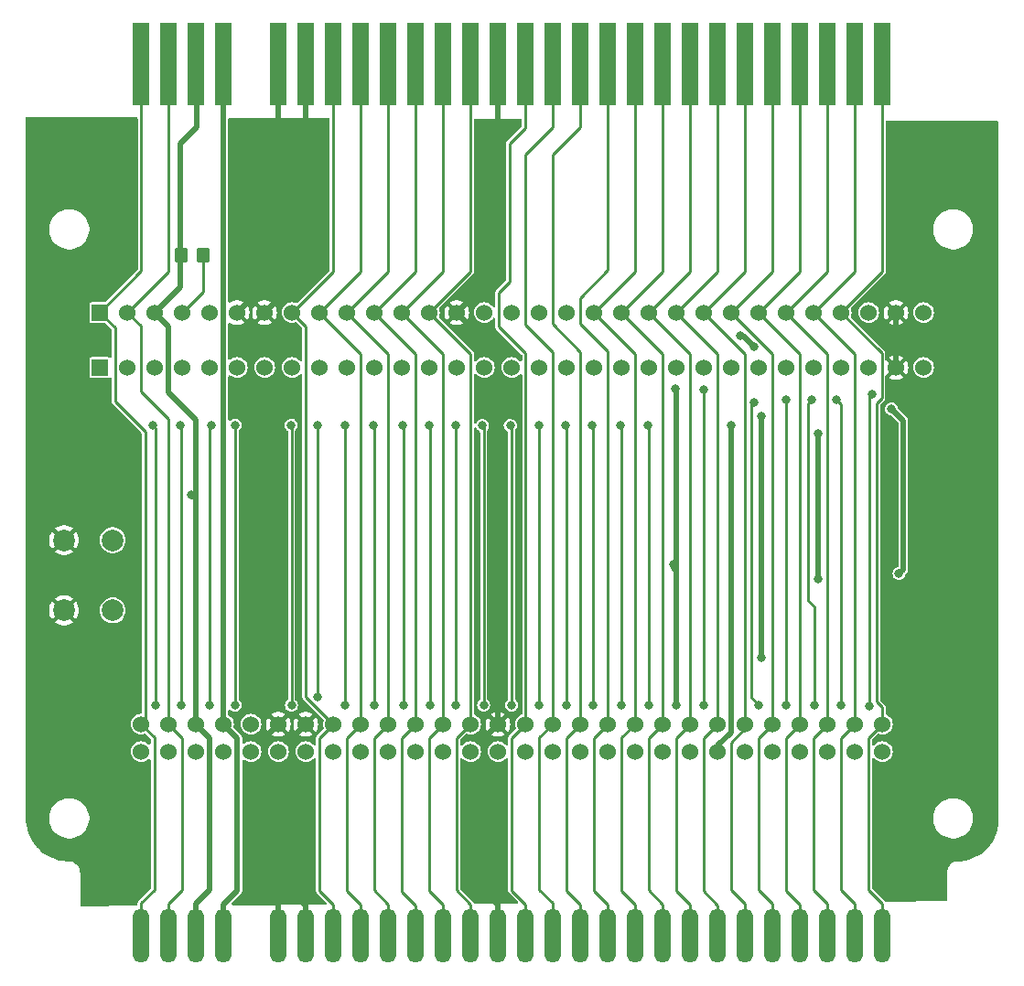
<source format=gbr>
%TF.GenerationSoftware,KiCad,Pcbnew,8.0.6-8.0.6-0~ubuntu24.04.1*%
%TF.CreationDate,2024-10-21T21:08:46+03:00*%
%TF.ProjectId,ZX Spectrum_ BUS Expander,5a582053-7065-4637-9472-756d2c204255,rev?*%
%TF.SameCoordinates,Original*%
%TF.FileFunction,Copper,L2,Bot*%
%TF.FilePolarity,Positive*%
%FSLAX46Y46*%
G04 Gerber Fmt 4.6, Leading zero omitted, Abs format (unit mm)*
G04 Created by KiCad (PCBNEW 8.0.6-8.0.6-0~ubuntu24.04.1) date 2024-10-21 21:08:46*
%MOMM*%
%LPD*%
G01*
G04 APERTURE LIST*
G04 Aperture macros list*
%AMRoundRect*
0 Rectangle with rounded corners*
0 $1 Rounding radius*
0 $2 $3 $4 $5 $6 $7 $8 $9 X,Y pos of 4 corners*
0 Add a 4 corners polygon primitive as box body*
4,1,4,$2,$3,$4,$5,$6,$7,$8,$9,$2,$3,0*
0 Add four circle primitives for the rounded corners*
1,1,$1+$1,$2,$3*
1,1,$1+$1,$4,$5*
1,1,$1+$1,$6,$7*
1,1,$1+$1,$8,$9*
0 Add four rect primitives between the rounded corners*
20,1,$1+$1,$2,$3,$4,$5,0*
20,1,$1+$1,$4,$5,$6,$7,0*
20,1,$1+$1,$6,$7,$8,$9,0*
20,1,$1+$1,$8,$9,$2,$3,0*%
G04 Aperture macros list end*
%TA.AperFunction,ComponentPad*%
%ADD10C,2.000000*%
%TD*%
%TA.AperFunction,SMDPad,CuDef*%
%ADD11RoundRect,0.250000X0.350000X0.450000X-0.350000X0.450000X-0.350000X-0.450000X0.350000X-0.450000X0*%
%TD*%
%TA.AperFunction,ComponentPad*%
%ADD12R,1.524000X1.524000*%
%TD*%
%TA.AperFunction,ComponentPad*%
%ADD13C,1.524000*%
%TD*%
%TA.AperFunction,SMDPad,CuDef*%
%ADD14RoundRect,0.762000X-0.000010X-1.738000X0.000010X-1.738000X0.000010X1.738000X-0.000010X1.738000X0*%
%TD*%
%TA.AperFunction,SMDPad,CuDef*%
%ADD15R,1.524000X7.620000*%
%TD*%
%TA.AperFunction,ViaPad*%
%ADD16C,0.800000*%
%TD*%
%TA.AperFunction,Conductor*%
%ADD17C,0.500000*%
%TD*%
%TA.AperFunction,Conductor*%
%ADD18C,0.250000*%
%TD*%
G04 APERTURE END LIST*
D10*
%TO.P,S1,1,1*%
%TO.N,Net-(R1-Pad1)*%
X102859400Y-99797800D03*
X102859400Y-106297800D03*
%TO.P,S1,2,2*%
%TO.N,GND*%
X98359400Y-99797800D03*
X98359400Y-106297800D03*
%TD*%
D11*
%TO.P,R4,1*%
%TO.N,~{DOS}*%
X111236000Y-73431400D03*
%TO.P,R4,2*%
%TO.N,+5V*%
X109236000Y-73431400D03*
%TD*%
D12*
%TO.P,J1,A1,A15*%
%TO.N,A15*%
X101676200Y-83820000D03*
D13*
%TO.P,J1,A2,A13*%
%TO.N,A13*%
X104216200Y-83820000D03*
%TO.P,J1,A3,D7*%
%TO.N,D7*%
X106756200Y-83820000D03*
%TO.P,J1,A4,BLK*%
%TO.N,unconnected-(J1-BLK-PadA4)*%
X109296200Y-83820000D03*
%TO.P,J1,A5,TURBO*%
%TO.N,unconnected-(J1-TURBO-PadA5)*%
X111836200Y-83820000D03*
%TO.P,J1,A6,D0*%
%TO.N,D0*%
X114376200Y-83820000D03*
%TO.P,J1,A7,D1*%
%TO.N,D1*%
X116916200Y-83820000D03*
%TO.P,J1,A8,D2*%
%TO.N,D2*%
X119456200Y-83820000D03*
%TO.P,J1,A9,D6*%
%TO.N,D6*%
X121996200Y-83820000D03*
%TO.P,J1,A10,D5*%
%TO.N,D5*%
X124536200Y-83820000D03*
%TO.P,J1,A11,D3*%
%TO.N,D3*%
X127076200Y-83820000D03*
%TO.P,J1,A12,D4*%
%TO.N,D4*%
X129616200Y-83820000D03*
%TO.P,J1,A13,~{INT}*%
%TO.N,~{INT}*%
X132156200Y-83820000D03*
%TO.P,J1,A14,~{NMI}*%
%TO.N,~{NMI}*%
X134696200Y-83820000D03*
%TO.P,J1,A15,~{HALT}*%
%TO.N,~{HALT}*%
X137236200Y-83820000D03*
%TO.P,J1,A16,~{MREQ}*%
%TO.N,~{MREQ}*%
X139776200Y-83820000D03*
%TO.P,J1,A17,~{IORQ}*%
%TO.N,~{IORQ}*%
X142316200Y-83820000D03*
%TO.P,J1,A18,~{RD}*%
%TO.N,~{RD}*%
X144856200Y-83820000D03*
%TO.P,J1,A19,~{WR}*%
%TO.N,~{WR}*%
X147396200Y-83820000D03*
%TO.P,J1,A20,~{IODOS}*%
%TO.N,~{IODOS}*%
X149936200Y-83820000D03*
%TO.P,J1,A21,~{WAIT}*%
%TO.N,~{WAIT}*%
X152476200Y-83820000D03*
%TO.P,J1,A22,NC*%
%TO.N,unconnected-(J1-NC-PadA22)*%
X155016200Y-83820000D03*
%TO.P,J1,A23,NC*%
%TO.N,unconnected-(J1-NC-PadA23)*%
X157556200Y-83820000D03*
%TO.P,J1,A24,~{M1}*%
%TO.N,~{M1}*%
X160096200Y-83820000D03*
%TO.P,J1,A25,~{RFSH}*%
%TO.N,~{RFSH}*%
X162636200Y-83820000D03*
%TO.P,J1,A26,A8*%
%TO.N,A8*%
X165176200Y-83820000D03*
%TO.P,J1,A27,A10*%
%TO.N,A10*%
X167716200Y-83820000D03*
%TO.P,J1,A28,+5V*%
%TO.N,+5V*%
X170256200Y-83820000D03*
%TO.P,J1,A29,+12V*%
%TO.N,+12V*%
X172796200Y-83820000D03*
%TO.P,J1,A30,GND*%
%TO.N,GND*%
X175336200Y-83820000D03*
%TO.P,J1,A31,NC*%
%TO.N,-12V*%
X177876200Y-83820000D03*
D12*
%TO.P,J1,B1,A14*%
%TO.N,A14*%
X101676200Y-78740000D03*
D13*
%TO.P,J1,B2,A12*%
%TO.N,A12*%
X104216200Y-78740000D03*
%TO.P,J1,B3,+5v*%
%TO.N,+5V*%
X106756200Y-78740000D03*
%TO.P,J1,B4,~{DOS}*%
%TO.N,~{DOS}*%
X109296200Y-78740000D03*
%TO.P,J1,B5,F*%
%TO.N,unconnected-(J1-F-PadB5)*%
X111836200Y-78740000D03*
%TO.P,J1,B6,GND*%
%TO.N,GND*%
X114376200Y-78740000D03*
%TO.P,J1,B7,GND*%
X116916200Y-78740000D03*
%TO.P,J1,B8,~{CLK}*%
%TO.N,~{CLK}*%
X119456200Y-78740000D03*
%TO.P,J1,B9,A0*%
%TO.N,A0*%
X121996200Y-78740000D03*
%TO.P,J1,B10,A1*%
%TO.N,A1*%
X124536200Y-78740000D03*
%TO.P,J1,B11,A2*%
%TO.N,A2*%
X127076200Y-78740000D03*
%TO.P,J1,B12,A3*%
%TO.N,A3*%
X129616200Y-78740000D03*
%TO.P,J1,B13,~{IORQGE}*%
%TO.N,~{IORQGE}*%
X132156200Y-78740000D03*
%TO.P,J1,B14,GND*%
%TO.N,GND*%
X134696200Y-78740000D03*
%TO.P,J1,B15,~{RDR}*%
%TO.N,~{RDR}*%
X137236200Y-78740000D03*
%TO.P,J1,B16,RS*%
%TO.N,RS*%
X139776200Y-78740000D03*
%TO.P,J1,B17,NC*%
%TO.N,unconnected-(J1-NC-PadB17)*%
X142316200Y-78740000D03*
%TO.P,J1,B18,NC*%
%TO.N,unconnected-(J1-NC-PadB18)*%
X144856200Y-78740000D03*
%TO.P,J1,B19,~{BUSRQ}*%
%TO.N,~{BUSRQ}*%
X147396200Y-78740000D03*
%TO.P,J1,B20,~{RESET}*%
%TO.N,~{RESET}*%
X149936200Y-78740000D03*
%TO.P,J1,B21,A7*%
%TO.N,A7*%
X152476200Y-78740000D03*
%TO.P,J1,B22,A6*%
%TO.N,A6*%
X155016200Y-78740000D03*
%TO.P,J1,B23,A5*%
%TO.N,A5*%
X157556200Y-78740000D03*
%TO.P,J1,B24,A4*%
%TO.N,A4*%
X160096200Y-78740000D03*
%TO.P,J1,B25,~{ROMCS}*%
%TO.N,~{ROMCS}*%
X162636200Y-78740000D03*
%TO.P,J1,B26,~{BUSACK}*%
%TO.N,~{BUSACK}*%
X165176200Y-78740000D03*
%TO.P,J1,B27,A9*%
%TO.N,A9*%
X167716200Y-78740000D03*
%TO.P,J1,B28,A11*%
%TO.N,A11*%
X170256200Y-78740000D03*
%TO.P,J1,B29,+5V*%
%TO.N,+5V*%
X172796200Y-78740000D03*
%TO.P,J1,B30,GND*%
%TO.N,GND*%
X175336200Y-78740000D03*
%TO.P,J1,B31,NC*%
%TO.N,-5V*%
X177876200Y-78740000D03*
%TD*%
D14*
%TO.P,Z1,B1,A14*%
%TO.N,A14*%
X105486200Y-136398000D03*
%TO.P,Z1,B2,A12*%
%TO.N,A12*%
X108026200Y-136398000D03*
%TO.P,Z1,B3,+5v*%
%TO.N,+5V*%
X110566200Y-136398000D03*
%TO.P,Z1,B4,+9V*%
%TO.N,+9V*%
X113106200Y-136398000D03*
%TO.P,Z1,B6,GND*%
%TO.N,GND*%
X118186200Y-136398000D03*
%TO.P,Z1,B7,GND*%
X120726200Y-136398000D03*
%TO.P,Z1,B8,~{CLK}*%
%TO.N,~{CLK}*%
X123266200Y-136398000D03*
%TO.P,Z1,B9,A0*%
%TO.N,A0*%
X125806200Y-136398000D03*
%TO.P,Z1,B10,A1*%
%TO.N,A1*%
X128346200Y-136398000D03*
%TO.P,Z1,B11,A2*%
%TO.N,A2*%
X130886200Y-136398000D03*
%TO.P,Z1,B12,A3*%
%TO.N,A3*%
X133426200Y-136398000D03*
%TO.P,Z1,B13,~{IORQGE}*%
%TO.N,~{IORQGE}*%
X135966200Y-136398000D03*
%TO.P,Z1,B14,GND*%
%TO.N,GND*%
X138506200Y-136398000D03*
%TO.P,Z1,B15,~{OE_ROM2}*%
%TO.N,~{OE_ROM2{slash}VIDEO}*%
X141046200Y-136398000D03*
%TO.P,Z1,B16,~{Y}*%
%TO.N,~{Y}*%
X143586200Y-136398000D03*
%TO.P,Z1,B17,V*%
%TO.N,V*%
X146126200Y-136398000D03*
%TO.P,Z1,B18,U*%
%TO.N,U*%
X148666200Y-136398000D03*
%TO.P,Z1,B19,~{BUSRQ}*%
%TO.N,~{BUSRQ}*%
X151206200Y-136398000D03*
%TO.P,Z1,B20,~{RESET}*%
%TO.N,~{RESET}*%
X153746200Y-136398000D03*
%TO.P,Z1,B21,A7*%
%TO.N,A7*%
X156286200Y-136398000D03*
%TO.P,Z1,B22,A6*%
%TO.N,A6*%
X158826200Y-136398000D03*
%TO.P,Z1,B23,A5*%
%TO.N,A5*%
X161366200Y-136398000D03*
%TO.P,Z1,B24,A4*%
%TO.N,A4*%
X163906200Y-136398000D03*
%TO.P,Z1,B25,~{ROMCS}*%
%TO.N,~{ROMCS}*%
X166446200Y-136398000D03*
%TO.P,Z1,B26,~{BUSACK}*%
%TO.N,~{BUSACK}*%
X168986200Y-136398000D03*
%TO.P,Z1,B27,A9*%
%TO.N,A9*%
X171526200Y-136398000D03*
%TO.P,Z1,B28,A11*%
%TO.N,A11*%
X174066200Y-136398000D03*
%TD*%
D13*
%TO.P,J2,*%
%TO.N,*%
X115646200Y-116840000D03*
X115646200Y-119380000D03*
%TO.P,J2,A1,Pin_a1*%
%TO.N,A15*%
X105486200Y-119380000D03*
%TO.P,J2,A2,Pin_a2*%
%TO.N,A13*%
X108026200Y-119380000D03*
%TO.P,J2,A3,Pin_a3*%
%TO.N,D7*%
X110566200Y-119380000D03*
%TO.P,J2,A4,Pin_a4*%
%TO.N,~{OEM_ROM1}*%
X113106200Y-119380000D03*
%TO.P,J2,A6,Pin_a6*%
%TO.N,D0*%
X118186200Y-119380000D03*
%TO.P,J2,A7,Pin_a7*%
%TO.N,D1*%
X120726200Y-119380000D03*
%TO.P,J2,A8,Pin_a8*%
%TO.N,D2*%
X123266200Y-119380000D03*
%TO.P,J2,A9,Pin_a9*%
%TO.N,D6*%
X125806200Y-119380000D03*
%TO.P,J2,A10,Pin_a10*%
%TO.N,D5*%
X128346200Y-119380000D03*
%TO.P,J2,A11,Pin_a11*%
%TO.N,D3*%
X130886200Y-119380000D03*
%TO.P,J2,A12,Pin_a12*%
%TO.N,D4*%
X133426200Y-119380000D03*
%TO.P,J2,A13,Pin_a13*%
%TO.N,~{INT}*%
X135966200Y-119380000D03*
%TO.P,J2,A14,Pin_a14*%
%TO.N,~{NMI}*%
X138506200Y-119380000D03*
%TO.P,J2,A15,Pin_a15*%
%TO.N,~{HALT}*%
X141046200Y-119380000D03*
%TO.P,J2,A16,Pin_a16*%
%TO.N,~{MREQ}*%
X143586200Y-119380000D03*
%TO.P,J2,A17,Pin_a17*%
%TO.N,~{IORQ}*%
X146126200Y-119380000D03*
%TO.P,J2,A18,Pin_a18*%
%TO.N,~{RD}*%
X148666200Y-119380000D03*
%TO.P,J2,A19,Pin_a19*%
%TO.N,~{WR}*%
X151206200Y-119380000D03*
%TO.P,J2,A20,Pin_a20*%
%TO.N,-5V*%
X153746200Y-119380000D03*
%TO.P,J2,A21,Pin_a21*%
%TO.N,~{WAIT}*%
X156286200Y-119380000D03*
%TO.P,J2,A22,Pin_a22*%
%TO.N,+12V*%
X158826200Y-119380000D03*
%TO.P,J2,A23,Pin_a23*%
%TO.N,12VAC*%
X161366200Y-119380000D03*
%TO.P,J2,A24,Pin_a24*%
%TO.N,~{M1}*%
X163906200Y-119380000D03*
%TO.P,J2,A25,Pin_a25*%
%TO.N,~{RFSH}*%
X166446200Y-119380000D03*
%TO.P,J2,A26,Pin_a26*%
%TO.N,A8*%
X168986200Y-119380000D03*
%TO.P,J2,A27,Pin_a27*%
%TO.N,A10*%
X171526200Y-119380000D03*
%TO.P,J2,A28,Pin_a28*%
%TO.N,RESET{slash}NC*%
X174066200Y-119380000D03*
%TO.P,J2,B1,Pin_b1*%
%TO.N,A14*%
X105486200Y-116840000D03*
%TO.P,J2,B2,Pin_b2*%
%TO.N,A12*%
X108026200Y-116840000D03*
%TO.P,J2,B3,Pin_b3*%
%TO.N,+5V*%
X110566200Y-116840000D03*
%TO.P,J2,B4,Pin_b4*%
%TO.N,+9V*%
X113106200Y-116840000D03*
%TO.P,J2,B6,Pin_b6*%
%TO.N,GND*%
X118186200Y-116840000D03*
%TO.P,J2,B7,Pin_b7*%
X120726200Y-116840000D03*
%TO.P,J2,B8,Pin_b8*%
%TO.N,~{CLK}*%
X123266200Y-116840000D03*
%TO.P,J2,B9,Pin_b9*%
%TO.N,A0*%
X125806200Y-116840000D03*
%TO.P,J2,B10,Pin_b10*%
%TO.N,A1*%
X128346200Y-116840000D03*
%TO.P,J2,B11,Pin_b11*%
%TO.N,A2*%
X130886200Y-116840000D03*
%TO.P,J2,B12,Pin_b12*%
%TO.N,A3*%
X133426200Y-116840000D03*
%TO.P,J2,B13,Pin_b13*%
%TO.N,~{IORQGE}*%
X135966200Y-116840000D03*
%TO.P,J2,B14,Pin_b14*%
%TO.N,GND*%
X138506200Y-116840000D03*
%TO.P,J2,B15,Pin_b15*%
%TO.N,~{OE_ROM2{slash}VIDEO}*%
X141046200Y-116840000D03*
%TO.P,J2,B16,Pin_b16*%
%TO.N,~{Y}*%
X143586200Y-116840000D03*
%TO.P,J2,B17,Pin_b17*%
%TO.N,V*%
X146126200Y-116840000D03*
%TO.P,J2,B18,Pin_b18*%
%TO.N,U*%
X148666200Y-116840000D03*
%TO.P,J2,B19,Pin_b19*%
%TO.N,~{BUSRQ}*%
X151206200Y-116840000D03*
%TO.P,J2,B20,Pin_b20*%
%TO.N,~{RESET}*%
X153746200Y-116840000D03*
%TO.P,J2,B21,Pin_b21*%
%TO.N,A7*%
X156286200Y-116840000D03*
%TO.P,J2,B22,Pin_b22*%
%TO.N,A6*%
X158826200Y-116840000D03*
%TO.P,J2,B23,Pin_b23*%
%TO.N,A5*%
X161366200Y-116840000D03*
%TO.P,J2,B24,Pin_b24*%
%TO.N,A4*%
X163906200Y-116840000D03*
%TO.P,J2,B25,Pin_b25*%
%TO.N,~{ROMCS}*%
X166446200Y-116840000D03*
%TO.P,J2,B26,Pin_b26*%
%TO.N,~{BUSACK}*%
X168986200Y-116840000D03*
%TO.P,J2,B27,Pin_b27*%
%TO.N,A9*%
X171526200Y-116840000D03*
%TO.P,J2,B28,Pin_b28*%
%TO.N,A11*%
X174066200Y-116840000D03*
%TD*%
D15*
%TO.P,Z2,B1,A14*%
%TO.N,A14*%
X105486200Y-55753000D03*
%TO.P,Z2,B2,A12*%
%TO.N,A12*%
X108026200Y-55753000D03*
%TO.P,Z2,B3,+5v*%
%TO.N,+5V*%
X110566200Y-55753000D03*
%TO.P,Z2,B4,+9V*%
%TO.N,+9V*%
X113106200Y-55753000D03*
%TO.P,Z2,B6,GND*%
%TO.N,GND*%
X118186200Y-55753000D03*
%TO.P,Z2,B7,GND*%
X120726200Y-55753000D03*
%TO.P,Z2,B8,~{CLK}*%
%TO.N,~{CLK}*%
X123266200Y-55753000D03*
%TO.P,Z2,B9,A0*%
%TO.N,A0*%
X125806200Y-55753000D03*
%TO.P,Z2,B10,A1*%
%TO.N,A1*%
X128346200Y-55753000D03*
%TO.P,Z2,B11,A2*%
%TO.N,A2*%
X130886200Y-55753000D03*
%TO.P,Z2,B12,A3*%
%TO.N,A3*%
X133426200Y-55753000D03*
%TO.P,Z2,B13,~{IORQGE}*%
%TO.N,~{IORQGE}*%
X135966200Y-55753000D03*
%TO.P,Z2,B14,GND*%
%TO.N,GND*%
X138506200Y-55753000D03*
%TO.P,Z2,B15,~{OE_ROM2}*%
%TO.N,~{OE_ROM2{slash}VIDEO}*%
X141046200Y-55753000D03*
%TO.P,Z2,B16,~{Y}*%
%TO.N,~{Y}*%
X143586200Y-55753000D03*
%TO.P,Z2,B17,V*%
%TO.N,V*%
X146126200Y-55753000D03*
%TO.P,Z2,B18,U*%
%TO.N,U*%
X148666200Y-55753000D03*
%TO.P,Z2,B19,~{BUSRQ}*%
%TO.N,~{BUSRQ}*%
X151206200Y-55753000D03*
%TO.P,Z2,B20,~{RESET}*%
%TO.N,~{RESET}*%
X153746200Y-55753000D03*
%TO.P,Z2,B21,A7*%
%TO.N,A7*%
X156286200Y-55753000D03*
%TO.P,Z2,B22,A6*%
%TO.N,A6*%
X158826200Y-55753000D03*
%TO.P,Z2,B23,A5*%
%TO.N,A5*%
X161366200Y-55753000D03*
%TO.P,Z2,B24,A4*%
%TO.N,A4*%
X163906200Y-55753000D03*
%TO.P,Z2,B25,~{ROMCS}*%
%TO.N,~{ROMCS}*%
X166446200Y-55753000D03*
%TO.P,Z2,B26,~{BUSACK}*%
%TO.N,~{BUSACK}*%
X168986200Y-55753000D03*
%TO.P,Z2,B27,A9*%
%TO.N,A9*%
X171526200Y-55753000D03*
%TO.P,Z2,B28,A11*%
%TO.N,A11*%
X174066200Y-55753000D03*
%TD*%
D16*
%TO.N,12VAC*%
X162890200Y-88366600D03*
X162839400Y-110693200D03*
X162234453Y-81919653D03*
X160934400Y-80848200D03*
%TO.N,+12V*%
X175615600Y-102895400D03*
X168122600Y-103403400D03*
X168122600Y-89941400D03*
%TO.N,-5V*%
X154736800Y-102082600D03*
%TO.N,+12V*%
X160045400Y-89179400D03*
%TO.N,+5V*%
X110159800Y-95605600D03*
%TO.N,+12V*%
X174929800Y-87655400D03*
%TO.N,RESET{slash}NC*%
X173101000Y-86309200D03*
X172897800Y-115138200D03*
%TO.N,A10*%
X169849800Y-86817200D03*
X170256200Y-115112800D03*
%TO.N,A8*%
X167563800Y-86791800D03*
X167767000Y-115087400D03*
%TO.N,~{RFSH}*%
X165125400Y-86791800D03*
X165176200Y-115087400D03*
%TO.N,~{M1}*%
X162179000Y-87071200D03*
X162661600Y-115062000D03*
%TO.N,~{WAIT}*%
X157530800Y-85877400D03*
X157556200Y-115062000D03*
%TO.N,-5V*%
X154940000Y-85826600D03*
X155041600Y-115087400D03*
%TO.N,~{WR}*%
X152374600Y-89154000D03*
X152450800Y-115062000D03*
%TO.N,~{RD}*%
X149809200Y-89154000D03*
X149885400Y-115062000D03*
%TO.N,~{IORQ}*%
X147243800Y-89179400D03*
X147320000Y-115062000D03*
%TO.N,~{MREQ}*%
X144780000Y-89179400D03*
X144830800Y-115062000D03*
%TO.N,~{HALT}*%
X142265400Y-89179400D03*
X142265400Y-115062000D03*
%TO.N,~{NMI}*%
X139649200Y-89179400D03*
X139776200Y-115062000D03*
%TO.N,~{INT}*%
X137083800Y-89179400D03*
X137185400Y-115062000D03*
%TO.N,D4*%
X134620000Y-89179400D03*
X134620000Y-115062000D03*
%TO.N,D3*%
X132156200Y-89179400D03*
X132232400Y-115062000D03*
%TO.N,D5*%
X129717800Y-89179400D03*
X129743200Y-115062000D03*
%TO.N,D6*%
X127000000Y-89179400D03*
X127025400Y-115062000D03*
%TO.N,D2*%
X124333000Y-89179400D03*
X124333000Y-115062000D03*
%TO.N,D1*%
X121818400Y-89154000D03*
X121843800Y-114325400D03*
%TO.N,D0*%
X119380000Y-89154000D03*
X119405400Y-115087400D03*
%TO.N,~{OEM_ROM1}*%
X114173000Y-89154000D03*
X114173000Y-115062000D03*
%TO.N,D7*%
X111963200Y-89154000D03*
X111785400Y-115062000D03*
%TO.N,A13*%
X109143800Y-89204800D03*
X109220000Y-115062000D03*
%TO.N,A15*%
X106603800Y-89204800D03*
X106857800Y-115062000D03*
%TD*%
D17*
%TO.N,+12V*%
X174929800Y-87655400D02*
X175996600Y-88722200D01*
X175996600Y-88722200D02*
X175996600Y-102514400D01*
X175996600Y-102514400D02*
X175615600Y-102895400D01*
D18*
%TO.N,RESET{slash}NC*%
X173101000Y-86309200D02*
X172897800Y-86512400D01*
X172897800Y-86512400D02*
X172897800Y-115138200D01*
D17*
%TO.N,+9V*%
X113106200Y-136398000D02*
X113106200Y-133527800D01*
X113106200Y-133527800D02*
X114401600Y-132232400D01*
X114401600Y-132232400D02*
X114401600Y-118135400D01*
X114401600Y-118135400D02*
X113106200Y-116840000D01*
D18*
%TO.N,A14*%
X105486200Y-116840000D02*
X105878800Y-116447400D01*
X105878800Y-116447400D02*
X105878800Y-89775200D01*
X105878800Y-89775200D02*
X103073200Y-86969600D01*
X103073200Y-86969600D02*
X103073200Y-80137000D01*
X103073200Y-80137000D02*
X101676200Y-78740000D01*
D17*
%TO.N,-5V*%
X154940000Y-85826600D02*
X155041600Y-85928200D01*
X155041600Y-85928200D02*
X155041600Y-102666800D01*
D18*
%TO.N,~{WAIT}*%
X157530800Y-85877400D02*
X157556200Y-85902800D01*
X157556200Y-85902800D02*
X157556200Y-115062000D01*
%TO.N,A10*%
X169849800Y-86817200D02*
X170256200Y-87223600D01*
X170256200Y-87223600D02*
X170256200Y-115112800D01*
%TO.N,~{M1}*%
X162179000Y-87071200D02*
X161950400Y-87299800D01*
X161950400Y-87299800D02*
X161950400Y-114350800D01*
X161950400Y-114350800D02*
X162661600Y-115062000D01*
%TO.N,A11*%
X174066200Y-116840000D02*
X174066200Y-115281295D01*
X174066200Y-115281295D02*
X173532800Y-114747895D01*
X173532800Y-114747895D02*
X173532800Y-87131305D01*
X173532800Y-87131305D02*
X174015400Y-86648705D01*
X174015400Y-86648705D02*
X174015400Y-82499200D01*
X174015400Y-82499200D02*
X170256200Y-78740000D01*
D17*
%TO.N,GND*%
X175336200Y-83820000D02*
X175336200Y-78740000D01*
D18*
%TO.N,~{BUSACK}*%
X168986200Y-116840000D02*
X169011600Y-116814600D01*
X169011600Y-116814600D02*
X169011600Y-82575400D01*
X169011600Y-82575400D02*
X165176200Y-78740000D01*
%TO.N,V*%
X146126200Y-55753000D02*
X146126200Y-61544200D01*
X146126200Y-61544200D02*
X143535400Y-64135000D01*
X143535400Y-79781400D02*
X146126200Y-82372200D01*
X143535400Y-64135000D02*
X143535400Y-79781400D01*
X146126200Y-82372200D02*
X146126200Y-116840000D01*
%TO.N,~{Y}*%
X143586200Y-55753000D02*
X143586200Y-61595000D01*
X143586200Y-61595000D02*
X141046200Y-64135000D01*
X141046200Y-64135000D02*
X141046200Y-79883000D01*
X141046200Y-79883000D02*
X143586200Y-82423000D01*
X143586200Y-82423000D02*
X143586200Y-116840000D01*
%TO.N,~{OE_ROM2{slash}VIDEO}*%
X141046200Y-55753000D02*
X141046200Y-61620400D01*
X138607800Y-80060800D02*
X141071600Y-82524600D01*
X141046200Y-61620400D02*
X139593200Y-63073400D01*
X139593200Y-63073400D02*
X139593200Y-75875000D01*
X139593200Y-75875000D02*
X138607800Y-76860400D01*
X138607800Y-76860400D02*
X138607800Y-80060800D01*
X141071600Y-82524600D02*
X141071600Y-116814600D01*
X141071600Y-116814600D02*
X141046200Y-116840000D01*
%TO.N,~{CLK}*%
X123266200Y-116840000D02*
X120726200Y-114300000D01*
X120726200Y-114300000D02*
X120726200Y-80010000D01*
X120726200Y-80010000D02*
X119456200Y-78740000D01*
%TO.N,A11*%
X174066200Y-136398000D02*
X174066200Y-133426200D01*
X172796200Y-132156200D02*
X172796200Y-118110000D01*
X174066200Y-133426200D02*
X172796200Y-132156200D01*
X172796200Y-118110000D02*
X174066200Y-116840000D01*
%TO.N,A9*%
X171526200Y-136398000D02*
X171526200Y-133451600D01*
X171526200Y-133451600D02*
X170230800Y-132156200D01*
X170230800Y-132156200D02*
X170230800Y-118135400D01*
X170230800Y-118135400D02*
X171526200Y-116840000D01*
%TO.N,~{BUSACK}*%
X168986200Y-136398000D02*
X168986200Y-133451600D01*
X167690800Y-132156200D02*
X167690800Y-118135400D01*
X168986200Y-133451600D02*
X167690800Y-132156200D01*
X167690800Y-118135400D02*
X168986200Y-116840000D01*
%TO.N,~{ROMCS}*%
X166446200Y-136398000D02*
X166446200Y-133502400D01*
X166446200Y-133502400D02*
X165176200Y-132232400D01*
X165176200Y-132232400D02*
X165176200Y-118110000D01*
X165176200Y-118110000D02*
X166446200Y-116840000D01*
%TO.N,A4*%
X163906200Y-136398000D02*
X163906200Y-133451600D01*
X163906200Y-133451600D02*
X162610800Y-132156200D01*
X162610800Y-132156200D02*
X162610800Y-118135400D01*
X162610800Y-118135400D02*
X163906200Y-116840000D01*
%TO.N,A5*%
X161366200Y-136398000D02*
X161366200Y-133477000D01*
X161366200Y-133477000D02*
X160070800Y-132181600D01*
X160070800Y-132181600D02*
X160070800Y-118516400D01*
X160070800Y-118516400D02*
X161366200Y-117221000D01*
X161366200Y-117221000D02*
X161366200Y-116840000D01*
%TO.N,A6*%
X158826200Y-136398000D02*
X158826200Y-133604000D01*
X158826200Y-133604000D02*
X157530800Y-132308600D01*
X157530800Y-132308600D02*
X157530800Y-118135400D01*
X157530800Y-118135400D02*
X158826200Y-116840000D01*
%TO.N,A7*%
X156286200Y-136398000D02*
X156286200Y-133553200D01*
X156286200Y-133553200D02*
X154990800Y-132257800D01*
X154990800Y-132257800D02*
X154990800Y-118135400D01*
X154990800Y-118135400D02*
X156286200Y-116840000D01*
%TO.N,~{RESET}*%
X153746200Y-136398000D02*
X153746200Y-133502400D01*
X152450800Y-132207000D02*
X152450800Y-118135400D01*
X152450800Y-118135400D02*
X153746200Y-116840000D01*
X153746200Y-133502400D02*
X152450800Y-132207000D01*
%TO.N,~{BUSRQ}*%
X151206200Y-136398000D02*
X151206200Y-133502400D01*
X151206200Y-133502400D02*
X149961600Y-132257800D01*
X149961600Y-132257800D02*
X149961600Y-118084600D01*
X149961600Y-118084600D02*
X151206200Y-116840000D01*
%TO.N,U*%
X148666200Y-136398000D02*
X148666200Y-133527800D01*
X148666200Y-133527800D02*
X147370800Y-132232400D01*
X147370800Y-132232400D02*
X147370800Y-118135400D01*
X147370800Y-118135400D02*
X148666200Y-116840000D01*
%TO.N,V*%
X146126200Y-136398000D02*
X146126200Y-133502400D01*
X146126200Y-133502400D02*
X144856200Y-132232400D01*
X144856200Y-132232400D02*
X144856200Y-118110000D01*
X144856200Y-118110000D02*
X146126200Y-116840000D01*
%TO.N,~{Y}*%
X143586200Y-136398000D02*
X143586200Y-133400800D01*
X143586200Y-133400800D02*
X142341600Y-132156200D01*
X142341600Y-132156200D02*
X142341600Y-118084600D01*
X142341600Y-118084600D02*
X143586200Y-116840000D01*
%TO.N,~{OE_ROM2{slash}VIDEO}*%
X141046200Y-136398000D02*
X141046200Y-133502400D01*
X141046200Y-133502400D02*
X139776200Y-132232400D01*
X139776200Y-132232400D02*
X139776200Y-118110000D01*
X139776200Y-118110000D02*
X141046200Y-116840000D01*
D17*
%TO.N,GND*%
X138506200Y-136398000D02*
X138506200Y-133502400D01*
X138506200Y-133502400D02*
X137185400Y-132181600D01*
X137185400Y-132181600D02*
X137185400Y-118160800D01*
X137185400Y-118160800D02*
X138506200Y-116840000D01*
D18*
%TO.N,~{IORQGE}*%
X135966200Y-136398000D02*
X135966200Y-133502400D01*
X135966200Y-133502400D02*
X134670800Y-132207000D01*
X134670800Y-132207000D02*
X134670800Y-118135400D01*
X134670800Y-118135400D02*
X135966200Y-116840000D01*
%TO.N,A3*%
X133426200Y-136398000D02*
X133426200Y-133502400D01*
X133426200Y-133502400D02*
X132156200Y-132232400D01*
X132156200Y-132232400D02*
X132156200Y-118110000D01*
X132156200Y-118110000D02*
X133426200Y-116840000D01*
%TO.N,A2*%
X130886200Y-136398000D02*
X130886200Y-133604000D01*
X130886200Y-133604000D02*
X129616200Y-132334000D01*
X129616200Y-132334000D02*
X129616200Y-118110000D01*
X129616200Y-118110000D02*
X130886200Y-116840000D01*
%TO.N,A1*%
X128346200Y-136398000D02*
X128346200Y-133502400D01*
X128346200Y-133502400D02*
X127050800Y-132207000D01*
X127050800Y-132207000D02*
X127050800Y-118135400D01*
X127050800Y-118135400D02*
X128346200Y-116840000D01*
%TO.N,A0*%
X125806200Y-136398000D02*
X125806200Y-133502400D01*
X125806200Y-133502400D02*
X124536200Y-132232400D01*
X124536200Y-132232400D02*
X124536200Y-118110000D01*
X124536200Y-118110000D02*
X125806200Y-116840000D01*
%TO.N,~{CLK}*%
X123266200Y-136398000D02*
X123266200Y-133527800D01*
X123266200Y-133527800D02*
X121996200Y-132257800D01*
X121996200Y-132257800D02*
X121996200Y-118110000D01*
X121996200Y-118110000D02*
X123266200Y-116840000D01*
D17*
%TO.N,GND*%
X120726200Y-136398000D02*
X120726200Y-133604000D01*
X120726200Y-133604000D02*
X119456200Y-132334000D01*
X119456200Y-132334000D02*
X119456200Y-118110000D01*
X119456200Y-118110000D02*
X120726200Y-116840000D01*
X118186200Y-136398000D02*
X118186200Y-133502400D01*
X118186200Y-133502400D02*
X116916200Y-132232400D01*
X116916200Y-132232400D02*
X116916200Y-118110000D01*
X116916200Y-118110000D02*
X118186200Y-116840000D01*
%TO.N,+5V*%
X110566200Y-136398000D02*
X110566200Y-133426200D01*
X110566200Y-133426200D02*
X111836200Y-132156200D01*
X111836200Y-118110000D02*
X110566200Y-116840000D01*
X111836200Y-132156200D02*
X111836200Y-118110000D01*
D18*
%TO.N,A12*%
X108026200Y-116840000D02*
X109296200Y-118110000D01*
X109296200Y-118110000D02*
X109296200Y-132156200D01*
X109296200Y-132156200D02*
X108026200Y-133426200D01*
X108026200Y-133426200D02*
X108026200Y-136398000D01*
%TO.N,A14*%
X105486200Y-136398000D02*
X105486200Y-133400800D01*
X105486200Y-133400800D02*
X106705400Y-132181600D01*
X106705400Y-132181600D02*
X106705400Y-118059200D01*
X106705400Y-118059200D02*
X105486200Y-116840000D01*
D17*
%TO.N,12VAC*%
X162890200Y-88366600D02*
X162890200Y-110642400D01*
X162890200Y-110642400D02*
X162839400Y-110693200D01*
X161163000Y-80848200D02*
X162234453Y-81919653D01*
X160934400Y-80848200D02*
X161163000Y-80848200D01*
%TO.N,+12V*%
X168122600Y-89941400D02*
X168122600Y-103403400D01*
D18*
%TO.N,A8*%
X167767000Y-115087400D02*
X167767000Y-105943400D01*
X167767000Y-105943400D02*
X167233600Y-105410000D01*
X167233600Y-105410000D02*
X167233600Y-87122000D01*
X167233600Y-87122000D02*
X167563800Y-86791800D01*
D17*
%TO.N,-5V*%
X154736800Y-102362000D02*
X155041600Y-102666800D01*
X154736800Y-102082600D02*
X154736800Y-102362000D01*
X155041600Y-102666800D02*
X155041600Y-115087400D01*
D18*
%TO.N,U*%
X148666200Y-55753000D02*
X148666200Y-74803000D01*
X148666200Y-82321400D02*
X148666200Y-116840000D01*
X148666200Y-74803000D02*
X146100800Y-77368400D01*
X146100800Y-77368400D02*
X146100800Y-79756000D01*
X146100800Y-79756000D02*
X148666200Y-82321400D01*
D17*
%TO.N,+12V*%
X158826200Y-118846842D02*
X158826200Y-119380000D01*
X160045400Y-89179400D02*
X160045400Y-117627642D01*
X160045400Y-117627642D02*
X158826200Y-118846842D01*
%TO.N,+5V*%
X110159800Y-95605600D02*
X110210600Y-95605600D01*
X110566200Y-116840000D02*
X110566200Y-95961200D01*
X110566200Y-95961200D02*
X110566200Y-88646000D01*
X110210600Y-95605600D02*
X110566200Y-95961200D01*
D18*
%TO.N,~{DOS}*%
X111236000Y-73431400D02*
X111236000Y-76800200D01*
X111236000Y-76800200D02*
X109296200Y-78740000D01*
D17*
%TO.N,+9V*%
X113106200Y-116840000D02*
X113106200Y-55753000D01*
D18*
%TO.N,~{RFSH}*%
X165176200Y-86842600D02*
X165125400Y-86791800D01*
X165176200Y-115087400D02*
X165176200Y-86842600D01*
%TO.N,~{WR}*%
X152450800Y-89230200D02*
X152374600Y-89154000D01*
X152450800Y-115062000D02*
X152450800Y-89230200D01*
%TO.N,~{RD}*%
X149885400Y-89230200D02*
X149809200Y-89154000D01*
X149885400Y-115062000D02*
X149885400Y-89230200D01*
%TO.N,~{IORQ}*%
X147320000Y-89255600D02*
X147243800Y-89179400D01*
X147320000Y-115062000D02*
X147320000Y-89255600D01*
%TO.N,~{MREQ}*%
X144830800Y-89230200D02*
X144780000Y-89179400D01*
X144830800Y-115062000D02*
X144830800Y-89230200D01*
%TO.N,~{HALT}*%
X142265400Y-115062000D02*
X142265400Y-89179400D01*
%TO.N,~{NMI}*%
X139776200Y-89306400D02*
X139649200Y-89179400D01*
X139776200Y-115062000D02*
X139776200Y-89306400D01*
%TO.N,~{INT}*%
X137185400Y-89281000D02*
X137083800Y-89179400D01*
X137185400Y-115062000D02*
X137185400Y-89281000D01*
%TO.N,D4*%
X134620000Y-115062000D02*
X134620000Y-89179400D01*
%TO.N,D3*%
X132232400Y-89255600D02*
X132156200Y-89179400D01*
X132232400Y-115062000D02*
X132232400Y-89255600D01*
%TO.N,D5*%
X129743200Y-89204800D02*
X129717800Y-89179400D01*
X129743200Y-115062000D02*
X129743200Y-89204800D01*
%TO.N,D6*%
X127025400Y-89204800D02*
X127000000Y-89179400D01*
X127025400Y-115062000D02*
X127025400Y-89204800D01*
%TO.N,D2*%
X124333000Y-115062000D02*
X124333000Y-89179400D01*
%TO.N,D1*%
X121843800Y-89179400D02*
X121818400Y-89154000D01*
X121843800Y-114325400D02*
X121843800Y-89179400D01*
%TO.N,D0*%
X119405400Y-89179400D02*
X119380000Y-89154000D01*
X119405400Y-115087400D02*
X119405400Y-89179400D01*
%TO.N,~{OEM_ROM1}*%
X114173000Y-115062000D02*
X114173000Y-89154000D01*
%TO.N,D7*%
X111785400Y-115062000D02*
X111785400Y-89331800D01*
X111785400Y-89331800D02*
X111963200Y-89154000D01*
%TO.N,A13*%
X109220000Y-89281000D02*
X109143800Y-89204800D01*
X109220000Y-115062000D02*
X109220000Y-89281000D01*
%TO.N,A15*%
X106857800Y-89458800D02*
X106603800Y-89204800D01*
X106857800Y-115062000D02*
X106857800Y-89458800D01*
%TO.N,A0*%
X125806200Y-116840000D02*
X125806200Y-82550000D01*
X125806200Y-82550000D02*
X121996200Y-78740000D01*
%TO.N,A1*%
X128346200Y-116840000D02*
X128346200Y-82550000D01*
X128346200Y-82550000D02*
X124536200Y-78740000D01*
%TO.N,A2*%
X130886200Y-116840000D02*
X130886200Y-82550000D01*
X130886200Y-82550000D02*
X127076200Y-78740000D01*
%TO.N,A3*%
X133426200Y-116840000D02*
X133426200Y-82550000D01*
X133426200Y-82550000D02*
X129616200Y-78740000D01*
%TO.N,~{IORQGE}*%
X135966200Y-116840000D02*
X135966200Y-82550000D01*
X135966200Y-82550000D02*
X132156200Y-78740000D01*
D17*
%TO.N,GND*%
X138506200Y-116840000D02*
X138506200Y-82550000D01*
X138506200Y-82550000D02*
X134696200Y-78740000D01*
D18*
%TO.N,~{BUSRQ}*%
X151206200Y-116840000D02*
X151206200Y-82550000D01*
X151206200Y-82550000D02*
X147396200Y-78740000D01*
%TO.N,~{RESET}*%
X153746200Y-116840000D02*
X153746200Y-82550000D01*
X153746200Y-82550000D02*
X149936200Y-78740000D01*
%TO.N,A7*%
X156286200Y-116840000D02*
X156286200Y-82550000D01*
X156286200Y-82550000D02*
X152476200Y-78740000D01*
%TO.N,A6*%
X158826200Y-116840000D02*
X158826200Y-82550000D01*
X158826200Y-82550000D02*
X155016200Y-78740000D01*
%TO.N,A5*%
X161366200Y-116840000D02*
X161366200Y-82550000D01*
X161366200Y-82550000D02*
X157556200Y-78740000D01*
%TO.N,A4*%
X163906200Y-116840000D02*
X163906200Y-82550000D01*
X163906200Y-82550000D02*
X160096200Y-78740000D01*
%TO.N,~{ROMCS}*%
X166446200Y-116840000D02*
X166446200Y-82550000D01*
X166446200Y-82550000D02*
X162636200Y-78740000D01*
%TO.N,A9*%
X171526200Y-116840000D02*
X171526200Y-82550000D01*
X171526200Y-82550000D02*
X167716200Y-78740000D01*
%TO.N,~{BUSRQ}*%
X151206200Y-55753000D02*
X151206200Y-74930000D01*
X151206200Y-74930000D02*
X147396200Y-78740000D01*
%TO.N,~{RESET}*%
X153746200Y-55753000D02*
X153746200Y-74930000D01*
X153746200Y-74930000D02*
X149936200Y-78740000D01*
%TO.N,A7*%
X156286200Y-55753000D02*
X156286200Y-74930000D01*
X156286200Y-74930000D02*
X152476200Y-78740000D01*
%TO.N,A6*%
X158826200Y-55753000D02*
X158826200Y-74930000D01*
X158826200Y-74930000D02*
X155016200Y-78740000D01*
%TO.N,A5*%
X161366200Y-55753000D02*
X161366200Y-74930000D01*
X161366200Y-74930000D02*
X157556200Y-78740000D01*
%TO.N,A4*%
X163906200Y-55753000D02*
X163906200Y-74930000D01*
X163906200Y-74930000D02*
X160096200Y-78740000D01*
%TO.N,~{ROMCS}*%
X166446200Y-55753000D02*
X166446200Y-74930000D01*
X166446200Y-74930000D02*
X162636200Y-78740000D01*
%TO.N,~{BUSACK}*%
X168986200Y-55753000D02*
X168986200Y-74930000D01*
X168986200Y-74930000D02*
X165176200Y-78740000D01*
%TO.N,A9*%
X171526200Y-55753000D02*
X171526200Y-74930000D01*
X171526200Y-74930000D02*
X167716200Y-78740000D01*
%TO.N,A11*%
X174066200Y-55753000D02*
X174066200Y-74930000D01*
X174066200Y-74930000D02*
X170256200Y-78740000D01*
D17*
%TO.N,GND*%
X138506200Y-55753000D02*
X138506200Y-74930000D01*
X138506200Y-74930000D02*
X134696200Y-78740000D01*
D18*
%TO.N,~{IORQGE}*%
X135966200Y-55753000D02*
X135966200Y-74930000D01*
X135966200Y-74930000D02*
X132156200Y-78740000D01*
%TO.N,A3*%
X133426200Y-55753000D02*
X133426200Y-74930000D01*
X133426200Y-74930000D02*
X129616200Y-78740000D01*
%TO.N,A2*%
X130886200Y-55753000D02*
X130886200Y-74930000D01*
X130886200Y-74930000D02*
X127076200Y-78740000D01*
%TO.N,A1*%
X128346200Y-55753000D02*
X128346200Y-74930000D01*
X128346200Y-74930000D02*
X124536200Y-78740000D01*
%TO.N,A0*%
X125806200Y-55753000D02*
X125806200Y-74930000D01*
X125806200Y-74930000D02*
X121996200Y-78740000D01*
%TO.N,~{CLK}*%
X123266200Y-55753000D02*
X123266200Y-74930000D01*
X123266200Y-74930000D02*
X119456200Y-78740000D01*
D17*
%TO.N,GND*%
X120726200Y-55753000D02*
X120726200Y-74930000D01*
X120726200Y-74930000D02*
X116916200Y-78740000D01*
X118186200Y-55753000D02*
X118186200Y-74930000D01*
X118186200Y-74930000D02*
X114376200Y-78740000D01*
%TO.N,+5V*%
X106756200Y-78740000D02*
X109113200Y-76383000D01*
X109113200Y-76383000D02*
X109113200Y-63073400D01*
X109113200Y-63073400D02*
X110642400Y-61544200D01*
X110642400Y-61544200D02*
X110642400Y-55829200D01*
X110642400Y-55829200D02*
X110566200Y-55753000D01*
D18*
%TO.N,A14*%
X101676200Y-78740000D02*
X105511600Y-74904600D01*
X105511600Y-74904600D02*
X105511600Y-55778400D01*
X105511600Y-55778400D02*
X105486200Y-55753000D01*
%TO.N,A12*%
X104216200Y-78740000D02*
X108026200Y-74930000D01*
X108026200Y-74930000D02*
X108026200Y-55753000D01*
D17*
%TO.N,+5V*%
X110566200Y-88646000D02*
X108051600Y-86131400D01*
X108051600Y-86131400D02*
X108051600Y-80035400D01*
X108051600Y-80035400D02*
X106756200Y-78740000D01*
D18*
%TO.N,A12*%
X108026200Y-116840000D02*
X108026200Y-88620600D01*
X108026200Y-88620600D02*
X105460800Y-86055200D01*
X105460800Y-79984600D02*
X104216200Y-78740000D01*
X105460800Y-86055200D02*
X105460800Y-79984600D01*
%TD*%
%TA.AperFunction,Conductor*%
%TO.N,GND*%
G36*
X105060656Y-60655115D02*
G01*
X105128686Y-60675417D01*
X105174943Y-60729276D01*
X105186100Y-60781114D01*
X105186100Y-74717583D01*
X105166098Y-74785704D01*
X105149195Y-74806678D01*
X102215278Y-77740595D01*
X102152966Y-77774621D01*
X102126183Y-77777500D01*
X100894449Y-77777500D01*
X100835971Y-77789132D01*
X100835968Y-77789133D01*
X100769648Y-77833448D01*
X100725333Y-77899768D01*
X100725332Y-77899771D01*
X100713700Y-77958249D01*
X100713700Y-79521750D01*
X100723095Y-79568983D01*
X100725333Y-79580231D01*
X100769648Y-79646552D01*
X100835969Y-79690867D01*
X100894452Y-79702500D01*
X102126183Y-79702500D01*
X102194304Y-79722502D01*
X102215278Y-79739405D01*
X102710795Y-80234922D01*
X102744821Y-80297234D01*
X102747700Y-80324017D01*
X102747700Y-82787933D01*
X102727698Y-82856054D01*
X102674042Y-82902547D01*
X102603768Y-82912651D01*
X102551698Y-82892698D01*
X102516431Y-82869133D01*
X102516428Y-82869132D01*
X102457950Y-82857500D01*
X102457948Y-82857500D01*
X100894452Y-82857500D01*
X100894449Y-82857500D01*
X100835971Y-82869132D01*
X100835968Y-82869133D01*
X100769648Y-82913448D01*
X100725333Y-82979768D01*
X100725332Y-82979771D01*
X100713700Y-83038249D01*
X100713700Y-84601750D01*
X100720939Y-84638144D01*
X100725333Y-84660231D01*
X100769648Y-84726552D01*
X100835969Y-84770867D01*
X100894452Y-84782500D01*
X100894453Y-84782500D01*
X102457947Y-84782500D01*
X102457948Y-84782500D01*
X102516431Y-84770867D01*
X102551699Y-84747300D01*
X102619449Y-84726086D01*
X102687916Y-84744868D01*
X102735360Y-84797684D01*
X102747700Y-84852066D01*
X102747700Y-86926747D01*
X102747700Y-87012453D01*
X102769882Y-87095239D01*
X102769883Y-87095241D01*
X102769884Y-87095243D01*
X102812732Y-87169458D01*
X102812740Y-87169468D01*
X105516395Y-89873121D01*
X105550420Y-89935433D01*
X105553300Y-89962216D01*
X105553300Y-115752034D01*
X105533298Y-115820155D01*
X105479642Y-115866648D01*
X105439651Y-115877427D01*
X105297523Y-115891425D01*
X105116084Y-115946463D01*
X104948875Y-116035838D01*
X104802317Y-116156117D01*
X104682038Y-116302675D01*
X104592663Y-116469884D01*
X104537625Y-116651323D01*
X104519043Y-116839997D01*
X104519043Y-116840002D01*
X104537625Y-117028676D01*
X104537626Y-117028682D01*
X104537627Y-117028683D01*
X104592663Y-117210115D01*
X104682038Y-117377324D01*
X104802317Y-117523883D01*
X104948876Y-117644162D01*
X105116085Y-117733537D01*
X105297517Y-117788573D01*
X105297521Y-117788573D01*
X105297523Y-117788574D01*
X105486197Y-117807157D01*
X105486200Y-117807157D01*
X105486203Y-117807157D01*
X105674876Y-117788574D01*
X105674877Y-117788573D01*
X105674883Y-117788573D01*
X105832457Y-117740773D01*
X105903451Y-117740141D01*
X105958127Y-117772254D01*
X106342995Y-118157122D01*
X106377021Y-118219434D01*
X106379900Y-118246217D01*
X106379900Y-118601904D01*
X106359898Y-118670025D01*
X106306242Y-118716518D01*
X106235968Y-118726622D01*
X106173966Y-118699303D01*
X106023524Y-118575838D01*
X105856315Y-118486463D01*
X105752455Y-118454958D01*
X105674883Y-118431427D01*
X105674882Y-118431426D01*
X105674876Y-118431425D01*
X105486203Y-118412843D01*
X105486197Y-118412843D01*
X105297523Y-118431425D01*
X105116084Y-118486463D01*
X104948875Y-118575838D01*
X104802317Y-118696117D01*
X104682038Y-118842675D01*
X104592663Y-119009884D01*
X104537625Y-119191323D01*
X104519043Y-119379997D01*
X104519043Y-119380002D01*
X104537625Y-119568676D01*
X104537626Y-119568682D01*
X104537627Y-119568683D01*
X104592663Y-119750115D01*
X104682038Y-119917324D01*
X104802317Y-120063883D01*
X104948876Y-120184162D01*
X105116085Y-120273537D01*
X105297517Y-120328573D01*
X105297521Y-120328573D01*
X105297523Y-120328574D01*
X105486197Y-120347157D01*
X105486200Y-120347157D01*
X105486203Y-120347157D01*
X105674876Y-120328574D01*
X105674877Y-120328573D01*
X105674883Y-120328573D01*
X105856315Y-120273537D01*
X106023524Y-120184162D01*
X106170083Y-120063883D01*
X106170083Y-120063882D01*
X106173966Y-120060696D01*
X106239313Y-120032942D01*
X106309291Y-120044923D01*
X106361683Y-120092836D01*
X106379900Y-120158095D01*
X106379900Y-131994582D01*
X106359898Y-132062703D01*
X106342995Y-132083677D01*
X105225740Y-133200931D01*
X105225732Y-133200941D01*
X105182884Y-133275156D01*
X105182882Y-133275161D01*
X105169270Y-133325962D01*
X105169269Y-133325963D01*
X105160700Y-133357944D01*
X105160700Y-133515750D01*
X105140698Y-133583871D01*
X105087042Y-133630364D01*
X105035393Y-133641748D01*
X99971893Y-133669586D01*
X99903663Y-133649959D01*
X99856876Y-133596560D01*
X99845200Y-133543588D01*
X99845200Y-130548990D01*
X99842793Y-130450748D01*
X99841003Y-130441748D01*
X99804456Y-130258013D01*
X99729255Y-130076463D01*
X99620081Y-129913072D01*
X99481128Y-129774119D01*
X99317737Y-129664945D01*
X99136188Y-129589744D01*
X98943451Y-129551406D01*
X98845214Y-129549000D01*
X98653553Y-129547293D01*
X98642747Y-129546732D01*
X98261969Y-129510522D01*
X98249731Y-129508749D01*
X97875088Y-129435537D01*
X97863084Y-129432573D01*
X97497420Y-129322991D01*
X97485764Y-129318864D01*
X97132613Y-129173974D01*
X97121417Y-129168725D01*
X96784160Y-128989913D01*
X96773533Y-128983592D01*
X96455433Y-128772589D01*
X96445477Y-128765257D01*
X96149576Y-128524079D01*
X96140391Y-128515811D01*
X95952147Y-128328829D01*
X95869564Y-128246799D01*
X95861229Y-128237665D01*
X95618071Y-127943400D01*
X95610672Y-127933493D01*
X95575370Y-127881043D01*
X95397523Y-127616806D01*
X95391145Y-127606246D01*
X95210056Y-127270175D01*
X95204745Y-127259042D01*
X95057464Y-126906830D01*
X95053274Y-126895243D01*
X94941229Y-126530305D01*
X94938186Y-126518327D01*
X94862455Y-126144182D01*
X94860600Y-126131957D01*
X94821829Y-125751436D01*
X94821195Y-125740633D01*
X94820095Y-125670281D01*
X94818215Y-125549959D01*
X94818200Y-125547990D01*
X94818200Y-125427709D01*
X96994700Y-125427709D01*
X96994700Y-125670290D01*
X97026360Y-125910782D01*
X97089144Y-126145095D01*
X97089145Y-126145097D01*
X97089146Y-126145100D01*
X97181976Y-126369212D01*
X97181977Y-126369213D01*
X97181982Y-126369224D01*
X97303261Y-126579285D01*
X97303263Y-126579288D01*
X97303264Y-126579289D01*
X97450935Y-126771738D01*
X97450939Y-126771742D01*
X97450944Y-126771748D01*
X97622451Y-126943255D01*
X97622456Y-126943259D01*
X97622462Y-126943265D01*
X97814911Y-127090936D01*
X97814914Y-127090938D01*
X98024975Y-127212217D01*
X98024979Y-127212218D01*
X98024988Y-127212224D01*
X98249100Y-127305054D01*
X98483411Y-127367838D01*
X98483415Y-127367838D01*
X98483417Y-127367839D01*
X98545402Y-127375999D01*
X98723912Y-127399500D01*
X98723919Y-127399500D01*
X98966481Y-127399500D01*
X98966488Y-127399500D01*
X99183837Y-127370885D01*
X99206982Y-127367839D01*
X99206982Y-127367838D01*
X99206989Y-127367838D01*
X99441300Y-127305054D01*
X99665412Y-127212224D01*
X99875489Y-127090936D01*
X100067938Y-126943265D01*
X100239465Y-126771738D01*
X100387136Y-126579289D01*
X100508424Y-126369212D01*
X100601254Y-126145100D01*
X100664038Y-125910789D01*
X100695700Y-125670288D01*
X100695700Y-125427712D01*
X100664038Y-125187211D01*
X100601254Y-124952900D01*
X100508424Y-124728788D01*
X100508418Y-124728779D01*
X100508417Y-124728775D01*
X100387138Y-124518714D01*
X100387136Y-124518711D01*
X100239465Y-124326262D01*
X100239459Y-124326256D01*
X100239455Y-124326251D01*
X100067948Y-124154744D01*
X100067942Y-124154739D01*
X100067938Y-124154735D01*
X99875489Y-124007064D01*
X99875488Y-124007063D01*
X99875485Y-124007061D01*
X99665424Y-123885782D01*
X99665416Y-123885778D01*
X99665412Y-123885776D01*
X99441300Y-123792946D01*
X99441297Y-123792945D01*
X99441295Y-123792944D01*
X99206982Y-123730160D01*
X98966490Y-123698500D01*
X98966488Y-123698500D01*
X98723912Y-123698500D01*
X98723909Y-123698500D01*
X98483417Y-123730160D01*
X98249104Y-123792944D01*
X98249100Y-123792946D01*
X98024986Y-123885777D01*
X98024975Y-123885782D01*
X97814914Y-124007061D01*
X97622462Y-124154735D01*
X97622451Y-124154744D01*
X97450944Y-124326251D01*
X97450935Y-124326262D01*
X97303261Y-124518714D01*
X97181982Y-124728775D01*
X97181977Y-124728786D01*
X97089146Y-124952900D01*
X97089144Y-124952904D01*
X97026360Y-125187217D01*
X96994700Y-125427709D01*
X94818200Y-125427709D01*
X94818200Y-106297800D01*
X96973667Y-106297800D01*
X96992568Y-106525891D01*
X97048748Y-106747743D01*
X97048751Y-106747750D01*
X97140683Y-106957335D01*
X97255190Y-107132600D01*
X97858161Y-106529629D01*
X97919290Y-106635508D01*
X98021692Y-106737910D01*
X98127569Y-106799037D01*
X97526822Y-107399784D01*
X97601476Y-107457889D01*
X97802757Y-107566817D01*
X97802759Y-107566818D01*
X98019218Y-107641128D01*
X98019225Y-107641130D01*
X98244971Y-107678800D01*
X98473829Y-107678800D01*
X98699574Y-107641130D01*
X98699581Y-107641128D01*
X98916040Y-107566818D01*
X98916042Y-107566817D01*
X99117321Y-107457889D01*
X99117325Y-107457887D01*
X99191976Y-107399783D01*
X98591230Y-106799037D01*
X98697108Y-106737910D01*
X98799510Y-106635508D01*
X98860638Y-106529629D01*
X99463609Y-107132600D01*
X99578117Y-106957332D01*
X99670048Y-106747750D01*
X99670051Y-106747743D01*
X99726231Y-106525891D01*
X99745132Y-106297800D01*
X101653757Y-106297800D01*
X101674285Y-106519339D01*
X101735168Y-106733320D01*
X101735174Y-106733337D01*
X101834338Y-106932484D01*
X101834342Y-106932489D01*
X101968417Y-107110035D01*
X102132838Y-107259924D01*
X102132839Y-107259925D01*
X102321987Y-107377040D01*
X102321990Y-107377041D01*
X102321999Y-107377047D01*
X102380690Y-107399784D01*
X102529453Y-107457416D01*
X102529456Y-107457416D01*
X102529460Y-107457418D01*
X102748157Y-107498300D01*
X102748160Y-107498300D01*
X102970640Y-107498300D01*
X102970643Y-107498300D01*
X103189340Y-107457418D01*
X103189344Y-107457416D01*
X103189346Y-107457416D01*
X103242698Y-107436746D01*
X103396801Y-107377047D01*
X103585962Y-107259924D01*
X103750381Y-107110036D01*
X103884458Y-106932489D01*
X103884459Y-106932485D01*
X103884461Y-106932484D01*
X103983625Y-106733337D01*
X103983626Y-106733333D01*
X103983629Y-106733328D01*
X104044515Y-106519336D01*
X104065043Y-106297800D01*
X104044515Y-106076264D01*
X103983629Y-105862272D01*
X103983627Y-105862268D01*
X103983625Y-105862262D01*
X103884461Y-105663115D01*
X103884457Y-105663110D01*
X103750382Y-105485564D01*
X103585961Y-105335675D01*
X103585960Y-105335674D01*
X103396812Y-105218559D01*
X103396805Y-105218555D01*
X103396801Y-105218553D01*
X103396796Y-105218551D01*
X103189346Y-105138183D01*
X103150372Y-105130897D01*
X102970643Y-105097300D01*
X102748157Y-105097300D01*
X102607074Y-105123673D01*
X102529453Y-105138183D01*
X102322003Y-105218551D01*
X102321987Y-105218559D01*
X102132839Y-105335674D01*
X102132838Y-105335675D01*
X101968417Y-105485564D01*
X101834342Y-105663110D01*
X101834338Y-105663115D01*
X101735174Y-105862262D01*
X101735168Y-105862279D01*
X101674285Y-106076260D01*
X101653757Y-106297800D01*
X99745132Y-106297800D01*
X99726231Y-106069708D01*
X99670051Y-105847856D01*
X99670048Y-105847849D01*
X99578117Y-105638267D01*
X99463608Y-105462998D01*
X98860637Y-106065968D01*
X98799510Y-105960092D01*
X98697108Y-105857690D01*
X98591228Y-105796561D01*
X99191975Y-105195815D01*
X99117324Y-105137711D01*
X99117323Y-105137710D01*
X98916042Y-105028782D01*
X98916040Y-105028781D01*
X98699581Y-104954471D01*
X98699574Y-104954469D01*
X98473829Y-104916800D01*
X98244971Y-104916800D01*
X98019225Y-104954469D01*
X98019218Y-104954471D01*
X97802759Y-105028781D01*
X97802757Y-105028782D01*
X97601476Y-105137710D01*
X97601468Y-105137716D01*
X97526823Y-105195814D01*
X98127570Y-105796561D01*
X98021692Y-105857690D01*
X97919290Y-105960092D01*
X97858162Y-106065969D01*
X97255190Y-105462997D01*
X97255189Y-105462998D01*
X97140688Y-105638255D01*
X97140681Y-105638269D01*
X97048751Y-105847849D01*
X97048748Y-105847856D01*
X96992568Y-106069708D01*
X96973667Y-106297800D01*
X94818200Y-106297800D01*
X94818200Y-99797800D01*
X96973667Y-99797800D01*
X96992568Y-100025891D01*
X97048748Y-100247743D01*
X97048751Y-100247750D01*
X97140683Y-100457335D01*
X97255190Y-100632600D01*
X97858161Y-100029629D01*
X97919290Y-100135508D01*
X98021692Y-100237910D01*
X98127569Y-100299037D01*
X97526822Y-100899784D01*
X97601476Y-100957889D01*
X97802757Y-101066817D01*
X97802759Y-101066818D01*
X98019218Y-101141128D01*
X98019225Y-101141130D01*
X98244971Y-101178800D01*
X98473829Y-101178800D01*
X98699574Y-101141130D01*
X98699581Y-101141128D01*
X98916040Y-101066818D01*
X98916042Y-101066817D01*
X99117321Y-100957889D01*
X99117325Y-100957887D01*
X99191976Y-100899783D01*
X98591230Y-100299037D01*
X98697108Y-100237910D01*
X98799510Y-100135508D01*
X98860638Y-100029629D01*
X99463609Y-100632600D01*
X99578117Y-100457332D01*
X99670048Y-100247750D01*
X99670051Y-100247743D01*
X99726231Y-100025891D01*
X99745132Y-99797800D01*
X101653757Y-99797800D01*
X101674285Y-100019339D01*
X101735168Y-100233320D01*
X101735174Y-100233337D01*
X101834338Y-100432484D01*
X101834342Y-100432489D01*
X101968417Y-100610035D01*
X102132838Y-100759924D01*
X102132839Y-100759925D01*
X102321987Y-100877040D01*
X102321990Y-100877041D01*
X102321999Y-100877047D01*
X102380690Y-100899784D01*
X102529453Y-100957416D01*
X102529456Y-100957416D01*
X102529460Y-100957418D01*
X102748157Y-100998300D01*
X102748160Y-100998300D01*
X102970640Y-100998300D01*
X102970643Y-100998300D01*
X103189340Y-100957418D01*
X103189344Y-100957416D01*
X103189346Y-100957416D01*
X103242698Y-100936746D01*
X103396801Y-100877047D01*
X103585962Y-100759924D01*
X103750381Y-100610036D01*
X103884458Y-100432489D01*
X103884459Y-100432485D01*
X103884461Y-100432484D01*
X103983625Y-100233337D01*
X103983626Y-100233333D01*
X103983629Y-100233328D01*
X104044515Y-100019336D01*
X104065043Y-99797800D01*
X104044515Y-99576264D01*
X103983629Y-99362272D01*
X103983627Y-99362268D01*
X103983625Y-99362262D01*
X103884461Y-99163115D01*
X103884457Y-99163110D01*
X103750382Y-98985564D01*
X103585961Y-98835675D01*
X103585960Y-98835674D01*
X103396812Y-98718559D01*
X103396805Y-98718555D01*
X103396801Y-98718553D01*
X103396796Y-98718551D01*
X103189346Y-98638183D01*
X103150372Y-98630897D01*
X102970643Y-98597300D01*
X102748157Y-98597300D01*
X102607074Y-98623673D01*
X102529453Y-98638183D01*
X102322003Y-98718551D01*
X102321987Y-98718559D01*
X102132839Y-98835674D01*
X102132838Y-98835675D01*
X101968417Y-98985564D01*
X101834342Y-99163110D01*
X101834338Y-99163115D01*
X101735174Y-99362262D01*
X101735168Y-99362279D01*
X101674285Y-99576260D01*
X101653757Y-99797800D01*
X99745132Y-99797800D01*
X99726231Y-99569708D01*
X99670051Y-99347856D01*
X99670048Y-99347849D01*
X99578117Y-99138267D01*
X99463608Y-98962998D01*
X98860637Y-99565968D01*
X98799510Y-99460092D01*
X98697108Y-99357690D01*
X98591228Y-99296561D01*
X99191975Y-98695815D01*
X99117324Y-98637711D01*
X99117323Y-98637710D01*
X98916042Y-98528782D01*
X98916040Y-98528781D01*
X98699581Y-98454471D01*
X98699574Y-98454469D01*
X98473829Y-98416800D01*
X98244971Y-98416800D01*
X98019225Y-98454469D01*
X98019218Y-98454471D01*
X97802759Y-98528781D01*
X97802757Y-98528782D01*
X97601476Y-98637710D01*
X97601468Y-98637716D01*
X97526823Y-98695814D01*
X98127570Y-99296561D01*
X98021692Y-99357690D01*
X97919290Y-99460092D01*
X97858162Y-99565969D01*
X97255190Y-98962997D01*
X97255189Y-98962998D01*
X97140688Y-99138255D01*
X97140681Y-99138269D01*
X97048751Y-99347849D01*
X97048748Y-99347856D01*
X96992568Y-99569708D01*
X96973667Y-99797800D01*
X94818200Y-99797800D01*
X94818200Y-70904709D01*
X96994700Y-70904709D01*
X96994700Y-71147290D01*
X97026360Y-71387782D01*
X97089144Y-71622095D01*
X97089145Y-71622097D01*
X97089146Y-71622100D01*
X97181976Y-71846212D01*
X97181977Y-71846213D01*
X97181982Y-71846224D01*
X97303261Y-72056285D01*
X97303263Y-72056288D01*
X97303264Y-72056289D01*
X97450935Y-72248738D01*
X97450939Y-72248742D01*
X97450944Y-72248748D01*
X97622451Y-72420255D01*
X97622456Y-72420259D01*
X97622462Y-72420265D01*
X97813964Y-72567209D01*
X97814914Y-72567938D01*
X98024975Y-72689217D01*
X98024979Y-72689218D01*
X98024988Y-72689224D01*
X98249100Y-72782054D01*
X98483411Y-72844838D01*
X98483415Y-72844838D01*
X98483417Y-72844839D01*
X98545402Y-72852999D01*
X98723912Y-72876500D01*
X98723919Y-72876500D01*
X98966481Y-72876500D01*
X98966488Y-72876500D01*
X99183837Y-72847885D01*
X99206982Y-72844839D01*
X99206982Y-72844838D01*
X99206989Y-72844838D01*
X99441300Y-72782054D01*
X99665412Y-72689224D01*
X99875489Y-72567936D01*
X100067938Y-72420265D01*
X100239465Y-72248738D01*
X100387136Y-72056289D01*
X100508424Y-71846212D01*
X100601254Y-71622100D01*
X100664038Y-71387789D01*
X100695700Y-71147288D01*
X100695700Y-70904712D01*
X100664038Y-70664211D01*
X100601254Y-70429900D01*
X100508424Y-70205788D01*
X100508418Y-70205779D01*
X100508417Y-70205775D01*
X100387138Y-69995714D01*
X100387136Y-69995711D01*
X100239465Y-69803262D01*
X100239459Y-69803256D01*
X100239455Y-69803251D01*
X100067948Y-69631744D01*
X100067942Y-69631739D01*
X100067938Y-69631735D01*
X99875489Y-69484064D01*
X99875488Y-69484063D01*
X99875485Y-69484061D01*
X99665424Y-69362782D01*
X99665416Y-69362778D01*
X99665412Y-69362776D01*
X99441300Y-69269946D01*
X99441297Y-69269945D01*
X99441295Y-69269944D01*
X99206982Y-69207160D01*
X98966490Y-69175500D01*
X98966488Y-69175500D01*
X98723912Y-69175500D01*
X98723909Y-69175500D01*
X98483417Y-69207160D01*
X98249104Y-69269944D01*
X98249100Y-69269946D01*
X98024986Y-69362777D01*
X98024975Y-69362782D01*
X97814914Y-69484061D01*
X97622462Y-69631735D01*
X97622451Y-69631744D01*
X97450944Y-69803251D01*
X97450935Y-69803262D01*
X97303261Y-69995714D01*
X97181982Y-70205775D01*
X97181977Y-70205786D01*
X97089146Y-70429900D01*
X97089144Y-70429904D01*
X97026360Y-70664217D01*
X96994700Y-70904709D01*
X94818200Y-70904709D01*
X94818200Y-60736649D01*
X94838202Y-60668528D01*
X94891858Y-60622035D01*
X94944752Y-60610650D01*
X105060656Y-60655115D01*
G37*
%TD.AperFunction*%
%TA.AperFunction,Conductor*%
G36*
X122815257Y-60733157D02*
G01*
X122883286Y-60753459D01*
X122929543Y-60807318D01*
X122940700Y-60859156D01*
X122940700Y-74742982D01*
X122920698Y-74811103D01*
X122903795Y-74832077D01*
X119928126Y-77807745D01*
X119865814Y-77841771D01*
X119802456Y-77839225D01*
X119644876Y-77791425D01*
X119456203Y-77772843D01*
X119456197Y-77772843D01*
X119267523Y-77791425D01*
X119086084Y-77846463D01*
X118918875Y-77935838D01*
X118772317Y-78056117D01*
X118652038Y-78202675D01*
X118562663Y-78369884D01*
X118507625Y-78551323D01*
X118489043Y-78739997D01*
X118489043Y-78740002D01*
X118507625Y-78928676D01*
X118507626Y-78928682D01*
X118507627Y-78928683D01*
X118562663Y-79110115D01*
X118652038Y-79277324D01*
X118772317Y-79423883D01*
X118918876Y-79544162D01*
X119086085Y-79633537D01*
X119267517Y-79688573D01*
X119267521Y-79688573D01*
X119267523Y-79688574D01*
X119456197Y-79707157D01*
X119456200Y-79707157D01*
X119456203Y-79707157D01*
X119644876Y-79688574D01*
X119644877Y-79688573D01*
X119644883Y-79688573D01*
X119802457Y-79640773D01*
X119873451Y-79640141D01*
X119928127Y-79672254D01*
X120363795Y-80107922D01*
X120397821Y-80170234D01*
X120400700Y-80197017D01*
X120400700Y-83101532D01*
X120380698Y-83169653D01*
X120327042Y-83216146D01*
X120256768Y-83226250D01*
X120192188Y-83196756D01*
X120177302Y-83181467D01*
X120140083Y-83136117D01*
X119993524Y-83015838D01*
X119826315Y-82926463D01*
X119644876Y-82871425D01*
X119456203Y-82852843D01*
X119456197Y-82852843D01*
X119267523Y-82871425D01*
X119086084Y-82926463D01*
X118918875Y-83015838D01*
X118772317Y-83136117D01*
X118652038Y-83282675D01*
X118562663Y-83449884D01*
X118507625Y-83631323D01*
X118489043Y-83819997D01*
X118489043Y-83820002D01*
X118507625Y-84008676D01*
X118507626Y-84008682D01*
X118507627Y-84008683D01*
X118562663Y-84190115D01*
X118652038Y-84357324D01*
X118772317Y-84503883D01*
X118918876Y-84624162D01*
X119086085Y-84713537D01*
X119267517Y-84768573D01*
X119267521Y-84768573D01*
X119267523Y-84768574D01*
X119456197Y-84787157D01*
X119456200Y-84787157D01*
X119456203Y-84787157D01*
X119644876Y-84768574D01*
X119644877Y-84768573D01*
X119644883Y-84768573D01*
X119826315Y-84713537D01*
X119993524Y-84624162D01*
X120140083Y-84503883D01*
X120177301Y-84458532D01*
X120235978Y-84418564D01*
X120306949Y-84416664D01*
X120367682Y-84453435D01*
X120398893Y-84517203D01*
X120400700Y-84538467D01*
X120400700Y-114257147D01*
X120400700Y-114342853D01*
X120422882Y-114425639D01*
X120422883Y-114425641D01*
X120422884Y-114425643D01*
X120465732Y-114499858D01*
X120465740Y-114499868D01*
X122333946Y-116368073D01*
X122367971Y-116430385D01*
X122365426Y-116493743D01*
X122317625Y-116651323D01*
X122299043Y-116839997D01*
X122299043Y-116840002D01*
X122317625Y-117028676D01*
X122365425Y-117186255D01*
X122366058Y-117257249D01*
X122333946Y-117311925D01*
X121735737Y-117910135D01*
X121735732Y-117910141D01*
X121692881Y-117984361D01*
X121692881Y-117984365D01*
X121670700Y-118067146D01*
X121670700Y-118661532D01*
X121650698Y-118729653D01*
X121597042Y-118776146D01*
X121526768Y-118786250D01*
X121462188Y-118756756D01*
X121447302Y-118741467D01*
X121410083Y-118696117D01*
X121263524Y-118575838D01*
X121096315Y-118486463D01*
X120992455Y-118454958D01*
X120914883Y-118431427D01*
X120914882Y-118431426D01*
X120914876Y-118431425D01*
X120726203Y-118412843D01*
X120726197Y-118412843D01*
X120537523Y-118431425D01*
X120356084Y-118486463D01*
X120188875Y-118575838D01*
X120042317Y-118696117D01*
X119922038Y-118842675D01*
X119832663Y-119009884D01*
X119777625Y-119191323D01*
X119759043Y-119379997D01*
X119759043Y-119380002D01*
X119777625Y-119568676D01*
X119777626Y-119568682D01*
X119777627Y-119568683D01*
X119832663Y-119750115D01*
X119922038Y-119917324D01*
X120042317Y-120063883D01*
X120188876Y-120184162D01*
X120356085Y-120273537D01*
X120537517Y-120328573D01*
X120537521Y-120328573D01*
X120537523Y-120328574D01*
X120726197Y-120347157D01*
X120726200Y-120347157D01*
X120726203Y-120347157D01*
X120914876Y-120328574D01*
X120914877Y-120328573D01*
X120914883Y-120328573D01*
X121096315Y-120273537D01*
X121263524Y-120184162D01*
X121410083Y-120063883D01*
X121447301Y-120018532D01*
X121505978Y-119978564D01*
X121576949Y-119976664D01*
X121637682Y-120013435D01*
X121668893Y-120077203D01*
X121670700Y-120098467D01*
X121670700Y-132214947D01*
X121670700Y-132300653D01*
X121692882Y-132383439D01*
X121692883Y-132383441D01*
X121692884Y-132383443D01*
X121735732Y-132457658D01*
X121735734Y-132457660D01*
X121735735Y-132457662D01*
X122608607Y-133330534D01*
X122642631Y-133392845D01*
X122637567Y-133463660D01*
X122595020Y-133520496D01*
X122528500Y-133545307D01*
X122520204Y-133545626D01*
X113983425Y-133592557D01*
X113915195Y-133572930D01*
X113868408Y-133519531D01*
X113857918Y-133449313D01*
X113887055Y-133384571D01*
X113893599Y-133377503D01*
X114762089Y-132509014D01*
X114821399Y-132406287D01*
X114827522Y-132383436D01*
X114834328Y-132358038D01*
X114843213Y-132324873D01*
X114852100Y-132291709D01*
X114852100Y-120239835D01*
X114872102Y-120171714D01*
X114925758Y-120125221D01*
X114996032Y-120115117D01*
X115058033Y-120142436D01*
X115108876Y-120184162D01*
X115276085Y-120273537D01*
X115457517Y-120328573D01*
X115457521Y-120328573D01*
X115457523Y-120328574D01*
X115646197Y-120347157D01*
X115646200Y-120347157D01*
X115646203Y-120347157D01*
X115834876Y-120328574D01*
X115834877Y-120328573D01*
X115834883Y-120328573D01*
X116016315Y-120273537D01*
X116183524Y-120184162D01*
X116330083Y-120063883D01*
X116450362Y-119917324D01*
X116539737Y-119750115D01*
X116594773Y-119568683D01*
X116613357Y-119380000D01*
X116613357Y-119379997D01*
X117219043Y-119379997D01*
X117219043Y-119380002D01*
X117237625Y-119568676D01*
X117237626Y-119568682D01*
X117237627Y-119568683D01*
X117292663Y-119750115D01*
X117382038Y-119917324D01*
X117502317Y-120063883D01*
X117648876Y-120184162D01*
X117816085Y-120273537D01*
X117997517Y-120328573D01*
X117997521Y-120328573D01*
X117997523Y-120328574D01*
X118186197Y-120347157D01*
X118186200Y-120347157D01*
X118186203Y-120347157D01*
X118374876Y-120328574D01*
X118374877Y-120328573D01*
X118374883Y-120328573D01*
X118556315Y-120273537D01*
X118723524Y-120184162D01*
X118870083Y-120063883D01*
X118990362Y-119917324D01*
X119079737Y-119750115D01*
X119134773Y-119568683D01*
X119153357Y-119380000D01*
X119134773Y-119191317D01*
X119079737Y-119009885D01*
X118990362Y-118842676D01*
X118870083Y-118696117D01*
X118723524Y-118575838D01*
X118556315Y-118486463D01*
X118374883Y-118431427D01*
X118374882Y-118431426D01*
X118374876Y-118431425D01*
X118186203Y-118412843D01*
X118186197Y-118412843D01*
X117997523Y-118431425D01*
X117816084Y-118486463D01*
X117648875Y-118575838D01*
X117502317Y-118696117D01*
X117382038Y-118842675D01*
X117292663Y-119009884D01*
X117237625Y-119191323D01*
X117219043Y-119379997D01*
X116613357Y-119379997D01*
X116594773Y-119191317D01*
X116539737Y-119009885D01*
X116450362Y-118842676D01*
X116330083Y-118696117D01*
X116183524Y-118575838D01*
X116016315Y-118486463D01*
X115834883Y-118431427D01*
X115834882Y-118431426D01*
X115834876Y-118431425D01*
X115646203Y-118412843D01*
X115646197Y-118412843D01*
X115457523Y-118431425D01*
X115276084Y-118486463D01*
X115108875Y-118575838D01*
X115058034Y-118617563D01*
X114992686Y-118645317D01*
X114922708Y-118633335D01*
X114870316Y-118585423D01*
X114852100Y-118520164D01*
X114852100Y-118076092D01*
X114849703Y-118067148D01*
X114821399Y-117961514D01*
X114821399Y-117961513D01*
X114811331Y-117944075D01*
X114762091Y-117858789D01*
X114762086Y-117858783D01*
X114427185Y-117523882D01*
X114079594Y-117176291D01*
X114045571Y-117113981D01*
X114048117Y-117050621D01*
X114054773Y-117028683D01*
X114058873Y-116987061D01*
X114073357Y-116840003D01*
X114073357Y-116839997D01*
X114679043Y-116839997D01*
X114679043Y-116840002D01*
X114697625Y-117028676D01*
X114697626Y-117028682D01*
X114697627Y-117028683D01*
X114752663Y-117210115D01*
X114842038Y-117377324D01*
X114962317Y-117523883D01*
X115108876Y-117644162D01*
X115276085Y-117733537D01*
X115457517Y-117788573D01*
X115457521Y-117788573D01*
X115457523Y-117788574D01*
X115646197Y-117807157D01*
X115646200Y-117807157D01*
X115646203Y-117807157D01*
X115834876Y-117788574D01*
X115834877Y-117788573D01*
X115834883Y-117788573D01*
X116016315Y-117733537D01*
X116183524Y-117644162D01*
X116330083Y-117523883D01*
X116450362Y-117377324D01*
X116539737Y-117210115D01*
X116594773Y-117028683D01*
X116598873Y-116987061D01*
X116613357Y-116840002D01*
X116613357Y-116840000D01*
X117038303Y-116840000D01*
X117057848Y-117050927D01*
X117115816Y-117254663D01*
X117210240Y-117444293D01*
X117254236Y-117502554D01*
X117254238Y-117502554D01*
X117818182Y-116938610D01*
X117831164Y-116987061D01*
X117881324Y-117073940D01*
X117952260Y-117144876D01*
X118039139Y-117195036D01*
X118087588Y-117208017D01*
X117522308Y-117773297D01*
X117674534Y-117867552D01*
X117674543Y-117867557D01*
X117872055Y-117944074D01*
X117872058Y-117944075D01*
X118080287Y-117983000D01*
X118292113Y-117983000D01*
X118500341Y-117944075D01*
X118500344Y-117944074D01*
X118697856Y-117867557D01*
X118697865Y-117867552D01*
X118850091Y-117773297D01*
X118284811Y-117208017D01*
X118333261Y-117195036D01*
X118420140Y-117144876D01*
X118491076Y-117073940D01*
X118541236Y-116987061D01*
X118554217Y-116938611D01*
X119118160Y-117502554D01*
X119118161Y-117502554D01*
X119162162Y-117444288D01*
X119256583Y-117254663D01*
X119314551Y-117050927D01*
X119330737Y-116876254D01*
X119345006Y-116840320D01*
X119344673Y-116839678D01*
X119567393Y-116839678D01*
X119579856Y-116863688D01*
X119581663Y-116876254D01*
X119597848Y-117050927D01*
X119655816Y-117254663D01*
X119750240Y-117444293D01*
X119794236Y-117502554D01*
X119794238Y-117502554D01*
X120358182Y-116938610D01*
X120371164Y-116987061D01*
X120421324Y-117073940D01*
X120492260Y-117144876D01*
X120579139Y-117195036D01*
X120627588Y-117208017D01*
X120062308Y-117773297D01*
X120214534Y-117867552D01*
X120214543Y-117867557D01*
X120412055Y-117944074D01*
X120412058Y-117944075D01*
X120620287Y-117983000D01*
X120832113Y-117983000D01*
X121040341Y-117944075D01*
X121040344Y-117944074D01*
X121237856Y-117867557D01*
X121237865Y-117867552D01*
X121390091Y-117773297D01*
X120824811Y-117208017D01*
X120873261Y-117195036D01*
X120960140Y-117144876D01*
X121031076Y-117073940D01*
X121081236Y-116987061D01*
X121094217Y-116938611D01*
X121658160Y-117502554D01*
X121658161Y-117502554D01*
X121702162Y-117444288D01*
X121796583Y-117254663D01*
X121854551Y-117050927D01*
X121874096Y-116840000D01*
X121854551Y-116629072D01*
X121796583Y-116425336D01*
X121702159Y-116235706D01*
X121658162Y-116177444D01*
X121658161Y-116177444D01*
X121094217Y-116741388D01*
X121081236Y-116692939D01*
X121031076Y-116606060D01*
X120960140Y-116535124D01*
X120873261Y-116484964D01*
X120824810Y-116471982D01*
X121390091Y-115906701D01*
X121237865Y-115812447D01*
X121237856Y-115812442D01*
X121040344Y-115735925D01*
X121040341Y-115735924D01*
X120832113Y-115697000D01*
X120620287Y-115697000D01*
X120412058Y-115735924D01*
X120412055Y-115735925D01*
X120214544Y-115812442D01*
X120214537Y-115812445D01*
X120062308Y-115906701D01*
X120627589Y-116471981D01*
X120579139Y-116484964D01*
X120492260Y-116535124D01*
X120421324Y-116606060D01*
X120371164Y-116692939D01*
X120358182Y-116741389D01*
X119794237Y-116177444D01*
X119794236Y-116177444D01*
X119750240Y-116235705D01*
X119655816Y-116425336D01*
X119597848Y-116629072D01*
X119581663Y-116803745D01*
X119567393Y-116839678D01*
X119344673Y-116839678D01*
X119332544Y-116816311D01*
X119330737Y-116803745D01*
X119314551Y-116629072D01*
X119256583Y-116425336D01*
X119162159Y-116235706D01*
X119118162Y-116177444D01*
X119118161Y-116177444D01*
X118554217Y-116741388D01*
X118541236Y-116692939D01*
X118491076Y-116606060D01*
X118420140Y-116535124D01*
X118333261Y-116484964D01*
X118284810Y-116471982D01*
X118850091Y-115906701D01*
X118697865Y-115812447D01*
X118697856Y-115812442D01*
X118500344Y-115735925D01*
X118500341Y-115735924D01*
X118292113Y-115697000D01*
X118080287Y-115697000D01*
X117872058Y-115735924D01*
X117872055Y-115735925D01*
X117674544Y-115812442D01*
X117674537Y-115812445D01*
X117522308Y-115906701D01*
X118087589Y-116471981D01*
X118039139Y-116484964D01*
X117952260Y-116535124D01*
X117881324Y-116606060D01*
X117831164Y-116692939D01*
X117818182Y-116741389D01*
X117254237Y-116177444D01*
X117254236Y-116177444D01*
X117210240Y-116235705D01*
X117115816Y-116425336D01*
X117057848Y-116629072D01*
X117038303Y-116840000D01*
X116613357Y-116840000D01*
X116613357Y-116839997D01*
X116594774Y-116651323D01*
X116594773Y-116651321D01*
X116594773Y-116651317D01*
X116539737Y-116469885D01*
X116450362Y-116302676D01*
X116330083Y-116156117D01*
X116183524Y-116035838D01*
X116016315Y-115946463D01*
X115834883Y-115891427D01*
X115834882Y-115891426D01*
X115834876Y-115891425D01*
X115646203Y-115872843D01*
X115646197Y-115872843D01*
X115457523Y-115891425D01*
X115276084Y-115946463D01*
X115108875Y-116035838D01*
X114962317Y-116156117D01*
X114842038Y-116302675D01*
X114752663Y-116469884D01*
X114697625Y-116651323D01*
X114679043Y-116839997D01*
X114073357Y-116839997D01*
X114054774Y-116651323D01*
X114054773Y-116651321D01*
X114054773Y-116651317D01*
X113999737Y-116469885D01*
X113910362Y-116302676D01*
X113790083Y-116156117D01*
X113643524Y-116035838D01*
X113627811Y-116027439D01*
X113623301Y-116025028D01*
X113572654Y-115975274D01*
X113556700Y-115913907D01*
X113556700Y-115601513D01*
X113576702Y-115533392D01*
X113630358Y-115486899D01*
X113700632Y-115476795D01*
X113759404Y-115501551D01*
X113844022Y-115566481D01*
X113870159Y-115586536D01*
X114016238Y-115647044D01*
X114173000Y-115667682D01*
X114329762Y-115647044D01*
X114475841Y-115586536D01*
X114601282Y-115490282D01*
X114697536Y-115364841D01*
X114758044Y-115218762D01*
X114778682Y-115062000D01*
X114758044Y-114905238D01*
X114697536Y-114759159D01*
X114601282Y-114633718D01*
X114601280Y-114633716D01*
X114601279Y-114633715D01*
X114547796Y-114592676D01*
X114505929Y-114535338D01*
X114498500Y-114492714D01*
X114498500Y-89723285D01*
X114518502Y-89655164D01*
X114547797Y-89623322D01*
X114601282Y-89582282D01*
X114697536Y-89456841D01*
X114758044Y-89310762D01*
X114778682Y-89154000D01*
X114778682Y-89153999D01*
X118774318Y-89153999D01*
X118774318Y-89154000D01*
X118794955Y-89310760D01*
X118852707Y-89450184D01*
X118855464Y-89456841D01*
X118948990Y-89578726D01*
X118951719Y-89582283D01*
X118966403Y-89593550D01*
X119030603Y-89642812D01*
X119072471Y-89700150D01*
X119079900Y-89742775D01*
X119079900Y-114518114D01*
X119059898Y-114586235D01*
X119030604Y-114618076D01*
X118977120Y-114659115D01*
X118880865Y-114784557D01*
X118880863Y-114784560D01*
X118820355Y-114930639D01*
X118799718Y-115087399D01*
X118799718Y-115087400D01*
X118820355Y-115244160D01*
X118857692Y-115334298D01*
X118880864Y-115390241D01*
X118977118Y-115515682D01*
X119102559Y-115611936D01*
X119248638Y-115672444D01*
X119405400Y-115693082D01*
X119562162Y-115672444D01*
X119708241Y-115611936D01*
X119833682Y-115515682D01*
X119929936Y-115390241D01*
X119990444Y-115244162D01*
X120011082Y-115087400D01*
X120010296Y-115081433D01*
X119990444Y-114930639D01*
X119989441Y-114928216D01*
X119929936Y-114784559D01*
X119833682Y-114659118D01*
X119833680Y-114659116D01*
X119833679Y-114659115D01*
X119780196Y-114618076D01*
X119738329Y-114560738D01*
X119730900Y-114518114D01*
X119730900Y-89703795D01*
X119750902Y-89635674D01*
X119780197Y-89603832D01*
X119796172Y-89591574D01*
X119808282Y-89582282D01*
X119904536Y-89456841D01*
X119965044Y-89310762D01*
X119985682Y-89154000D01*
X119965044Y-88997238D01*
X119904536Y-88851159D01*
X119808282Y-88725718D01*
X119682841Y-88629464D01*
X119659402Y-88619755D01*
X119536760Y-88568955D01*
X119380000Y-88548318D01*
X119223239Y-88568955D01*
X119077160Y-88629463D01*
X119077157Y-88629465D01*
X118951718Y-88725718D01*
X118855465Y-88851157D01*
X118855463Y-88851160D01*
X118794955Y-88997239D01*
X118774318Y-89153999D01*
X114778682Y-89153999D01*
X114758044Y-88997238D01*
X114697536Y-88851159D01*
X114601282Y-88725718D01*
X114475841Y-88629464D01*
X114452402Y-88619755D01*
X114329760Y-88568955D01*
X114173000Y-88548318D01*
X114016239Y-88568955D01*
X113870160Y-88629463D01*
X113870153Y-88629468D01*
X113759403Y-88714449D01*
X113693183Y-88740049D01*
X113623634Y-88725784D01*
X113572839Y-88676183D01*
X113556700Y-88614486D01*
X113556700Y-84658990D01*
X113576702Y-84590869D01*
X113630358Y-84544376D01*
X113700632Y-84534272D01*
X113762633Y-84561590D01*
X113838876Y-84624162D01*
X114006085Y-84713537D01*
X114187517Y-84768573D01*
X114187521Y-84768573D01*
X114187523Y-84768574D01*
X114376197Y-84787157D01*
X114376200Y-84787157D01*
X114376203Y-84787157D01*
X114564876Y-84768574D01*
X114564877Y-84768573D01*
X114564883Y-84768573D01*
X114746315Y-84713537D01*
X114913524Y-84624162D01*
X115060083Y-84503883D01*
X115180362Y-84357324D01*
X115269737Y-84190115D01*
X115324773Y-84008683D01*
X115343357Y-83820000D01*
X115343357Y-83819997D01*
X115949043Y-83819997D01*
X115949043Y-83820002D01*
X115967625Y-84008676D01*
X115967626Y-84008682D01*
X115967627Y-84008683D01*
X116022663Y-84190115D01*
X116112038Y-84357324D01*
X116232317Y-84503883D01*
X116378876Y-84624162D01*
X116546085Y-84713537D01*
X116727517Y-84768573D01*
X116727521Y-84768573D01*
X116727523Y-84768574D01*
X116916197Y-84787157D01*
X116916200Y-84787157D01*
X116916203Y-84787157D01*
X117104876Y-84768574D01*
X117104877Y-84768573D01*
X117104883Y-84768573D01*
X117286315Y-84713537D01*
X117453524Y-84624162D01*
X117600083Y-84503883D01*
X117720362Y-84357324D01*
X117809737Y-84190115D01*
X117864773Y-84008683D01*
X117883357Y-83820000D01*
X117864773Y-83631317D01*
X117809737Y-83449885D01*
X117720362Y-83282676D01*
X117600083Y-83136117D01*
X117453524Y-83015838D01*
X117286315Y-82926463D01*
X117104883Y-82871427D01*
X117104882Y-82871426D01*
X117104876Y-82871425D01*
X116916203Y-82852843D01*
X116916197Y-82852843D01*
X116727523Y-82871425D01*
X116546084Y-82926463D01*
X116378875Y-83015838D01*
X116232317Y-83136117D01*
X116112038Y-83282675D01*
X116022663Y-83449884D01*
X115967625Y-83631323D01*
X115949043Y-83819997D01*
X115343357Y-83819997D01*
X115324773Y-83631317D01*
X115269737Y-83449885D01*
X115180362Y-83282676D01*
X115060083Y-83136117D01*
X114913524Y-83015838D01*
X114746315Y-82926463D01*
X114564883Y-82871427D01*
X114564882Y-82871426D01*
X114564876Y-82871425D01*
X114376203Y-82852843D01*
X114376197Y-82852843D01*
X114187523Y-82871425D01*
X114006084Y-82926463D01*
X113838872Y-83015839D01*
X113838872Y-83015840D01*
X113762633Y-83078408D01*
X113697286Y-83106162D01*
X113627308Y-83094180D01*
X113574916Y-83046267D01*
X113556700Y-82981009D01*
X113556700Y-79803163D01*
X113576702Y-79735042D01*
X113630358Y-79688549D01*
X113700632Y-79678445D01*
X113749031Y-79696036D01*
X113864534Y-79767552D01*
X113864543Y-79767557D01*
X114062055Y-79844074D01*
X114062058Y-79844075D01*
X114270287Y-79883000D01*
X114482113Y-79883000D01*
X114690341Y-79844075D01*
X114690344Y-79844074D01*
X114887856Y-79767557D01*
X114887865Y-79767552D01*
X115040090Y-79673297D01*
X114577284Y-79210492D01*
X114688120Y-79146502D01*
X114782702Y-79051920D01*
X114846691Y-78941085D01*
X115308160Y-79402554D01*
X115308161Y-79402554D01*
X115352162Y-79344288D01*
X115446583Y-79154663D01*
X115504551Y-78950927D01*
X115520737Y-78776254D01*
X115535006Y-78740320D01*
X115534673Y-78739678D01*
X115757393Y-78739678D01*
X115769856Y-78763688D01*
X115771663Y-78776254D01*
X115787848Y-78950927D01*
X115845816Y-79154663D01*
X115940240Y-79344293D01*
X115984236Y-79402554D01*
X115984238Y-79402554D01*
X116445707Y-78941084D01*
X116509698Y-79051920D01*
X116604280Y-79146502D01*
X116715114Y-79210491D01*
X116252308Y-79673297D01*
X116404534Y-79767552D01*
X116404543Y-79767557D01*
X116602055Y-79844074D01*
X116602058Y-79844075D01*
X116810287Y-79883000D01*
X117022113Y-79883000D01*
X117230341Y-79844075D01*
X117230344Y-79844074D01*
X117427856Y-79767557D01*
X117427865Y-79767552D01*
X117580091Y-79673297D01*
X117117285Y-79210491D01*
X117228120Y-79146502D01*
X117322702Y-79051920D01*
X117386691Y-78941085D01*
X117848160Y-79402554D01*
X117848161Y-79402554D01*
X117892162Y-79344288D01*
X117986583Y-79154663D01*
X118044551Y-78950927D01*
X118064096Y-78740000D01*
X118044551Y-78529072D01*
X117986583Y-78325336D01*
X117892159Y-78135706D01*
X117848162Y-78077444D01*
X117848161Y-78077444D01*
X117386691Y-78538914D01*
X117322702Y-78428080D01*
X117228120Y-78333498D01*
X117117284Y-78269507D01*
X117580091Y-77806701D01*
X117427865Y-77712447D01*
X117427856Y-77712442D01*
X117230344Y-77635925D01*
X117230341Y-77635924D01*
X117022113Y-77597000D01*
X116810287Y-77597000D01*
X116602058Y-77635924D01*
X116602055Y-77635925D01*
X116404544Y-77712442D01*
X116404537Y-77712445D01*
X116252308Y-77806701D01*
X116715115Y-78269507D01*
X116604280Y-78333498D01*
X116509698Y-78428080D01*
X116445708Y-78538915D01*
X115984237Y-78077444D01*
X115984236Y-78077444D01*
X115940240Y-78135705D01*
X115845816Y-78325336D01*
X115787848Y-78529072D01*
X115771663Y-78703745D01*
X115757393Y-78739678D01*
X115534673Y-78739678D01*
X115522544Y-78716311D01*
X115520737Y-78703745D01*
X115504551Y-78529072D01*
X115446583Y-78325336D01*
X115352159Y-78135706D01*
X115308162Y-78077444D01*
X115308161Y-78077444D01*
X114846691Y-78538914D01*
X114782702Y-78428080D01*
X114688120Y-78333498D01*
X114577283Y-78269507D01*
X115040090Y-77806701D01*
X114887865Y-77712447D01*
X114887856Y-77712442D01*
X114690344Y-77635925D01*
X114690341Y-77635924D01*
X114482113Y-77597000D01*
X114270287Y-77597000D01*
X114062058Y-77635924D01*
X114062055Y-77635925D01*
X113864543Y-77712442D01*
X113864536Y-77712445D01*
X113749030Y-77783964D01*
X113680583Y-77802818D01*
X113612808Y-77781674D01*
X113567223Y-77727245D01*
X113556700Y-77676836D01*
X113556700Y-60819016D01*
X113576702Y-60750895D01*
X113630358Y-60704402D01*
X113683252Y-60693017D01*
X122815257Y-60733157D01*
G37*
%TD.AperFunction*%
%TA.AperFunction,Conductor*%
G36*
X140595256Y-60811311D02*
G01*
X140663286Y-60831613D01*
X140709543Y-60885472D01*
X140720700Y-60937310D01*
X140720700Y-61433382D01*
X140700698Y-61501503D01*
X140683795Y-61522477D01*
X139332740Y-62873531D01*
X139332732Y-62873541D01*
X139289881Y-62947761D01*
X139289881Y-62947765D01*
X139267700Y-63030546D01*
X139267700Y-75687982D01*
X139247698Y-75756103D01*
X139230795Y-75777077D01*
X138347340Y-76660531D01*
X138347332Y-76660541D01*
X138304484Y-76734756D01*
X138304480Y-76734767D01*
X138298429Y-76757346D01*
X138298430Y-76757347D01*
X138282300Y-76817546D01*
X138282300Y-78152290D01*
X138262298Y-78220411D01*
X138208642Y-78266904D01*
X138138368Y-78277008D01*
X138073788Y-78247514D01*
X138045178Y-78211687D01*
X138041729Y-78205235D01*
X138040362Y-78202676D01*
X137920083Y-78056117D01*
X137773524Y-77935838D01*
X137606315Y-77846463D01*
X137424883Y-77791427D01*
X137424882Y-77791426D01*
X137424876Y-77791425D01*
X137236203Y-77772843D01*
X137236197Y-77772843D01*
X137047523Y-77791425D01*
X136866084Y-77846463D01*
X136698875Y-77935838D01*
X136552317Y-78056117D01*
X136432038Y-78202675D01*
X136342663Y-78369884D01*
X136287625Y-78551323D01*
X136269043Y-78739997D01*
X136269043Y-78740002D01*
X136287625Y-78928676D01*
X136287626Y-78928682D01*
X136287627Y-78928683D01*
X136342663Y-79110115D01*
X136432038Y-79277324D01*
X136552317Y-79423883D01*
X136698876Y-79544162D01*
X136866085Y-79633537D01*
X137047517Y-79688573D01*
X137047521Y-79688573D01*
X137047523Y-79688574D01*
X137236197Y-79707157D01*
X137236200Y-79707157D01*
X137236203Y-79707157D01*
X137424876Y-79688574D01*
X137424877Y-79688573D01*
X137424883Y-79688573D01*
X137606315Y-79633537D01*
X137773524Y-79544162D01*
X137920083Y-79423883D01*
X138040362Y-79277324D01*
X138045177Y-79268314D01*
X138094928Y-79217666D01*
X138164164Y-79201955D01*
X138230904Y-79226169D01*
X138273957Y-79282622D01*
X138282300Y-79327709D01*
X138282300Y-80017947D01*
X138282300Y-80103653D01*
X138304482Y-80186439D01*
X138304483Y-80186441D01*
X138304484Y-80186443D01*
X138347332Y-80260658D01*
X138347340Y-80260668D01*
X140709195Y-82622522D01*
X140743220Y-82684834D01*
X140746100Y-82711617D01*
X140746100Y-83132482D01*
X140726098Y-83200603D01*
X140672442Y-83247096D01*
X140602168Y-83257200D01*
X140537588Y-83227706D01*
X140522701Y-83212416D01*
X140460083Y-83136117D01*
X140313524Y-83015838D01*
X140146315Y-82926463D01*
X139964876Y-82871425D01*
X139776203Y-82852843D01*
X139776197Y-82852843D01*
X139587523Y-82871425D01*
X139406084Y-82926463D01*
X139238875Y-83015838D01*
X139092317Y-83136117D01*
X138972038Y-83282675D01*
X138882663Y-83449884D01*
X138827625Y-83631323D01*
X138809043Y-83819997D01*
X138809043Y-83820002D01*
X138827625Y-84008676D01*
X138827626Y-84008682D01*
X138827627Y-84008683D01*
X138882663Y-84190115D01*
X138972038Y-84357324D01*
X139092317Y-84503883D01*
X139238876Y-84624162D01*
X139406085Y-84713537D01*
X139587517Y-84768573D01*
X139587521Y-84768573D01*
X139587523Y-84768574D01*
X139776197Y-84787157D01*
X139776200Y-84787157D01*
X139776203Y-84787157D01*
X139964876Y-84768574D01*
X139964877Y-84768573D01*
X139964883Y-84768573D01*
X140146315Y-84713537D01*
X140313524Y-84624162D01*
X140460083Y-84503883D01*
X140522701Y-84427582D01*
X140581378Y-84387614D01*
X140652349Y-84385714D01*
X140713081Y-84422485D01*
X140744293Y-84486253D01*
X140746100Y-84507517D01*
X140746100Y-115833517D01*
X140726098Y-115901638D01*
X140679496Y-115944639D01*
X140508875Y-116035838D01*
X140362317Y-116156117D01*
X140242038Y-116302675D01*
X140152663Y-116469884D01*
X140097625Y-116651323D01*
X140079043Y-116839997D01*
X140079043Y-116840002D01*
X140097625Y-117028676D01*
X140145425Y-117186255D01*
X140146058Y-117257249D01*
X140113946Y-117311925D01*
X139515737Y-117910135D01*
X139515732Y-117910141D01*
X139472881Y-117984361D01*
X139472881Y-117984365D01*
X139450700Y-118067146D01*
X139450700Y-118661532D01*
X139430698Y-118729653D01*
X139377042Y-118776146D01*
X139306768Y-118786250D01*
X139242188Y-118756756D01*
X139227302Y-118741467D01*
X139190083Y-118696117D01*
X139043524Y-118575838D01*
X138876315Y-118486463D01*
X138772455Y-118454958D01*
X138694883Y-118431427D01*
X138694882Y-118431426D01*
X138694876Y-118431425D01*
X138506203Y-118412843D01*
X138506197Y-118412843D01*
X138317523Y-118431425D01*
X138136084Y-118486463D01*
X137968875Y-118575838D01*
X137822317Y-118696117D01*
X137702038Y-118842675D01*
X137612663Y-119009884D01*
X137557625Y-119191323D01*
X137539043Y-119379997D01*
X137539043Y-119380002D01*
X137557625Y-119568676D01*
X137557626Y-119568682D01*
X137557627Y-119568683D01*
X137612663Y-119750115D01*
X137702038Y-119917324D01*
X137822317Y-120063883D01*
X137968876Y-120184162D01*
X138136085Y-120273537D01*
X138317517Y-120328573D01*
X138317521Y-120328573D01*
X138317523Y-120328574D01*
X138506197Y-120347157D01*
X138506200Y-120347157D01*
X138506203Y-120347157D01*
X138694876Y-120328574D01*
X138694877Y-120328573D01*
X138694883Y-120328573D01*
X138876315Y-120273537D01*
X139043524Y-120184162D01*
X139190083Y-120063883D01*
X139227301Y-120018532D01*
X139285978Y-119978564D01*
X139356949Y-119976664D01*
X139417682Y-120013435D01*
X139448893Y-120077203D01*
X139450700Y-120098467D01*
X139450700Y-132189547D01*
X139450700Y-132275253D01*
X139472882Y-132358039D01*
X139472883Y-132358040D01*
X139515732Y-132432258D01*
X139515734Y-132432260D01*
X139515735Y-132432262D01*
X140316657Y-133233184D01*
X140350681Y-133295495D01*
X140345617Y-133366310D01*
X140303070Y-133423146D01*
X140236550Y-133447957D01*
X140228254Y-133448276D01*
X136391708Y-133469367D01*
X136323478Y-133449740D01*
X136276691Y-133396341D01*
X136270117Y-133378209D01*
X136269519Y-133376767D01*
X136269518Y-133376761D01*
X136247448Y-133338535D01*
X136226667Y-133302541D01*
X136226666Y-133302539D01*
X136226665Y-133302538D01*
X136226663Y-133302536D01*
X136226659Y-133302531D01*
X135033205Y-132109077D01*
X134999179Y-132046765D01*
X134996300Y-132019982D01*
X134996300Y-120067517D01*
X135016302Y-119999396D01*
X135069958Y-119952903D01*
X135140232Y-119942799D01*
X135204812Y-119972293D01*
X135219696Y-119987580D01*
X135282317Y-120063883D01*
X135428876Y-120184162D01*
X135596085Y-120273537D01*
X135777517Y-120328573D01*
X135777521Y-120328573D01*
X135777523Y-120328574D01*
X135966197Y-120347157D01*
X135966200Y-120347157D01*
X135966203Y-120347157D01*
X136154876Y-120328574D01*
X136154877Y-120328573D01*
X136154883Y-120328573D01*
X136336315Y-120273537D01*
X136503524Y-120184162D01*
X136650083Y-120063883D01*
X136770362Y-119917324D01*
X136859737Y-119750115D01*
X136914773Y-119568683D01*
X136933357Y-119380000D01*
X136914773Y-119191317D01*
X136859737Y-119009885D01*
X136770362Y-118842676D01*
X136650083Y-118696117D01*
X136503524Y-118575838D01*
X136336315Y-118486463D01*
X136154883Y-118431427D01*
X136154882Y-118431426D01*
X136154876Y-118431425D01*
X135966203Y-118412843D01*
X135966197Y-118412843D01*
X135777523Y-118431425D01*
X135596084Y-118486463D01*
X135428875Y-118575838D01*
X135282316Y-118696117D01*
X135219699Y-118772416D01*
X135161021Y-118812385D01*
X135090050Y-118814285D01*
X135029318Y-118777513D01*
X134998107Y-118713745D01*
X134996300Y-118692482D01*
X134996300Y-118322417D01*
X135016302Y-118254296D01*
X135033205Y-118233322D01*
X135494273Y-117772254D01*
X135556585Y-117738228D01*
X135619942Y-117740773D01*
X135777517Y-117788573D01*
X135777521Y-117788573D01*
X135777523Y-117788574D01*
X135966197Y-117807157D01*
X135966200Y-117807157D01*
X135966203Y-117807157D01*
X136154876Y-117788574D01*
X136154877Y-117788573D01*
X136154883Y-117788573D01*
X136336315Y-117733537D01*
X136503524Y-117644162D01*
X136650083Y-117523883D01*
X136770362Y-117377324D01*
X136859737Y-117210115D01*
X136914773Y-117028683D01*
X136918873Y-116987061D01*
X136933357Y-116840002D01*
X136933357Y-116840000D01*
X137358303Y-116840000D01*
X137377848Y-117050927D01*
X137435816Y-117254663D01*
X137530240Y-117444293D01*
X137574236Y-117502554D01*
X137574238Y-117502554D01*
X138138182Y-116938610D01*
X138151164Y-116987061D01*
X138201324Y-117073940D01*
X138272260Y-117144876D01*
X138359139Y-117195036D01*
X138407588Y-117208017D01*
X137842308Y-117773297D01*
X137994534Y-117867552D01*
X137994543Y-117867557D01*
X138192055Y-117944074D01*
X138192058Y-117944075D01*
X138400287Y-117983000D01*
X138612113Y-117983000D01*
X138820341Y-117944075D01*
X138820344Y-117944074D01*
X139017856Y-117867557D01*
X139017865Y-117867552D01*
X139170091Y-117773297D01*
X138604811Y-117208017D01*
X138653261Y-117195036D01*
X138740140Y-117144876D01*
X138811076Y-117073940D01*
X138861236Y-116987061D01*
X138874217Y-116938611D01*
X139438160Y-117502554D01*
X139438161Y-117502554D01*
X139482162Y-117444288D01*
X139576583Y-117254663D01*
X139634551Y-117050927D01*
X139654096Y-116840000D01*
X139634551Y-116629072D01*
X139576583Y-116425336D01*
X139482159Y-116235706D01*
X139438162Y-116177444D01*
X139438161Y-116177444D01*
X138874217Y-116741388D01*
X138861236Y-116692939D01*
X138811076Y-116606060D01*
X138740140Y-116535124D01*
X138653261Y-116484964D01*
X138604810Y-116471982D01*
X139170091Y-115906701D01*
X139017865Y-115812447D01*
X139017856Y-115812442D01*
X138820344Y-115735925D01*
X138820341Y-115735924D01*
X138612113Y-115697000D01*
X138400287Y-115697000D01*
X138192058Y-115735924D01*
X138192055Y-115735925D01*
X137994544Y-115812442D01*
X137994537Y-115812445D01*
X137842308Y-115906701D01*
X138407589Y-116471981D01*
X138359139Y-116484964D01*
X138272260Y-116535124D01*
X138201324Y-116606060D01*
X138151164Y-116692939D01*
X138138182Y-116741389D01*
X137574237Y-116177444D01*
X137574236Y-116177444D01*
X137530240Y-116235705D01*
X137435816Y-116425336D01*
X137377848Y-116629072D01*
X137358303Y-116840000D01*
X136933357Y-116840000D01*
X136933357Y-116839997D01*
X136914774Y-116651323D01*
X136914773Y-116651321D01*
X136914773Y-116651317D01*
X136859737Y-116469885D01*
X136770362Y-116302676D01*
X136650083Y-116156117D01*
X136503524Y-116035838D01*
X136416699Y-115989429D01*
X136358304Y-115958216D01*
X136307656Y-115908464D01*
X136291700Y-115847094D01*
X136291700Y-89469728D01*
X136311702Y-89401607D01*
X136365358Y-89355114D01*
X136435632Y-89345010D01*
X136500212Y-89374504D01*
X136534107Y-89421507D01*
X136559264Y-89482241D01*
X136655518Y-89607682D01*
X136780959Y-89703936D01*
X136780960Y-89703936D01*
X136780961Y-89703937D01*
X136782112Y-89704414D01*
X136782937Y-89705079D01*
X136788114Y-89708068D01*
X136787648Y-89708874D01*
X136837395Y-89748959D01*
X136859819Y-89816321D01*
X136859900Y-89820825D01*
X136859900Y-114492714D01*
X136839898Y-114560835D01*
X136810604Y-114592676D01*
X136757120Y-114633715D01*
X136660865Y-114759157D01*
X136660863Y-114759160D01*
X136600355Y-114905239D01*
X136579718Y-115061999D01*
X136579718Y-115062000D01*
X136600355Y-115218760D01*
X136648213Y-115334298D01*
X136660864Y-115364841D01*
X136757118Y-115490282D01*
X136882559Y-115586536D01*
X137028638Y-115647044D01*
X137185400Y-115667682D01*
X137342162Y-115647044D01*
X137488241Y-115586536D01*
X137613682Y-115490282D01*
X137709936Y-115364841D01*
X137770444Y-115218762D01*
X137791082Y-115062000D01*
X137770444Y-114905238D01*
X137709936Y-114759159D01*
X137613682Y-114633718D01*
X137613680Y-114633716D01*
X137613679Y-114633715D01*
X137560196Y-114592676D01*
X137518329Y-114535338D01*
X137510900Y-114492714D01*
X137510900Y-89651993D01*
X137530902Y-89583872D01*
X137536938Y-89575289D01*
X137581899Y-89516694D01*
X137608336Y-89482241D01*
X137668844Y-89336162D01*
X137689482Y-89179400D01*
X137689482Y-89179399D01*
X139043518Y-89179399D01*
X139043518Y-89179400D01*
X139064155Y-89336160D01*
X139111386Y-89450184D01*
X139124664Y-89482241D01*
X139220918Y-89607682D01*
X139346359Y-89703936D01*
X139346362Y-89703938D01*
X139372917Y-89714937D01*
X139428198Y-89759484D01*
X139450620Y-89826847D01*
X139450700Y-89831346D01*
X139450700Y-114492714D01*
X139430698Y-114560835D01*
X139401404Y-114592676D01*
X139347920Y-114633715D01*
X139251665Y-114759157D01*
X139251663Y-114759160D01*
X139191155Y-114905239D01*
X139170518Y-115061999D01*
X139170518Y-115062000D01*
X139191155Y-115218760D01*
X139239013Y-115334298D01*
X139251664Y-115364841D01*
X139347918Y-115490282D01*
X139473359Y-115586536D01*
X139619438Y-115647044D01*
X139776200Y-115667682D01*
X139932962Y-115647044D01*
X140079041Y-115586536D01*
X140204482Y-115490282D01*
X140300736Y-115364841D01*
X140361244Y-115218762D01*
X140381882Y-115062000D01*
X140361244Y-114905238D01*
X140300736Y-114759159D01*
X140204482Y-114633718D01*
X140204480Y-114633716D01*
X140204479Y-114633715D01*
X140150996Y-114592676D01*
X140109129Y-114535338D01*
X140101700Y-114492714D01*
X140101700Y-89618890D01*
X140121702Y-89550769D01*
X140127723Y-89542204D01*
X140173736Y-89482241D01*
X140234244Y-89336162D01*
X140254882Y-89179400D01*
X140234244Y-89022638D01*
X140173736Y-88876559D01*
X140077482Y-88751118D01*
X139952041Y-88654864D01*
X139890723Y-88629465D01*
X139805960Y-88594355D01*
X139649200Y-88573718D01*
X139492439Y-88594355D01*
X139346360Y-88654863D01*
X139346357Y-88654865D01*
X139220918Y-88751118D01*
X139124665Y-88876557D01*
X139124663Y-88876560D01*
X139064155Y-89022639D01*
X139043518Y-89179399D01*
X137689482Y-89179399D01*
X137668844Y-89022638D01*
X137608336Y-88876559D01*
X137512082Y-88751118D01*
X137386641Y-88654864D01*
X137325323Y-88629465D01*
X137240560Y-88594355D01*
X137083800Y-88573718D01*
X136927039Y-88594355D01*
X136780960Y-88654863D01*
X136780957Y-88654865D01*
X136655518Y-88751118D01*
X136559265Y-88876557D01*
X136559264Y-88876559D01*
X136534107Y-88937291D01*
X136489560Y-88992570D01*
X136422197Y-89014991D01*
X136353405Y-88997433D01*
X136305027Y-88945470D01*
X136291700Y-88889071D01*
X136291700Y-84538467D01*
X136311702Y-84470346D01*
X136365358Y-84423853D01*
X136435632Y-84413749D01*
X136500212Y-84443243D01*
X136515098Y-84458532D01*
X136552317Y-84503883D01*
X136698876Y-84624162D01*
X136866085Y-84713537D01*
X137047517Y-84768573D01*
X137047521Y-84768573D01*
X137047523Y-84768574D01*
X137236197Y-84787157D01*
X137236200Y-84787157D01*
X137236203Y-84787157D01*
X137424876Y-84768574D01*
X137424877Y-84768573D01*
X137424883Y-84768573D01*
X137606315Y-84713537D01*
X137773524Y-84624162D01*
X137920083Y-84503883D01*
X138040362Y-84357324D01*
X138129737Y-84190115D01*
X138184773Y-84008683D01*
X138203357Y-83820000D01*
X138184773Y-83631317D01*
X138129737Y-83449885D01*
X138040362Y-83282676D01*
X137920083Y-83136117D01*
X137773524Y-83015838D01*
X137606315Y-82926463D01*
X137424883Y-82871427D01*
X137424882Y-82871426D01*
X137424876Y-82871425D01*
X137236203Y-82852843D01*
X137236197Y-82852843D01*
X137047523Y-82871425D01*
X136866084Y-82926463D01*
X136698875Y-83015838D01*
X136552316Y-83136117D01*
X136515098Y-83181467D01*
X136456421Y-83221435D01*
X136385449Y-83223335D01*
X136324718Y-83186563D01*
X136293507Y-83122795D01*
X136291700Y-83101532D01*
X136291700Y-82603016D01*
X136291701Y-82603003D01*
X136291701Y-82507147D01*
X136291700Y-82507143D01*
X136269519Y-82424364D01*
X136269515Y-82424354D01*
X136248092Y-82387251D01*
X136248089Y-82387246D01*
X136226667Y-82350141D01*
X136226661Y-82350133D01*
X136161673Y-82285145D01*
X136161650Y-82285124D01*
X133088454Y-79211927D01*
X133054428Y-79149615D01*
X133056974Y-79086257D01*
X133076195Y-79022892D01*
X133104773Y-78928683D01*
X133123326Y-78740320D01*
X133123357Y-78740002D01*
X133123357Y-78740000D01*
X133548303Y-78740000D01*
X133567848Y-78950927D01*
X133625816Y-79154663D01*
X133720240Y-79344293D01*
X133764236Y-79402554D01*
X133764238Y-79402554D01*
X134225707Y-78941084D01*
X134289698Y-79051920D01*
X134384280Y-79146502D01*
X134495114Y-79210491D01*
X134032308Y-79673297D01*
X134184534Y-79767552D01*
X134184543Y-79767557D01*
X134382055Y-79844074D01*
X134382058Y-79844075D01*
X134590287Y-79883000D01*
X134802113Y-79883000D01*
X135010341Y-79844075D01*
X135010344Y-79844074D01*
X135207856Y-79767557D01*
X135207865Y-79767552D01*
X135360091Y-79673297D01*
X134897285Y-79210491D01*
X135008120Y-79146502D01*
X135102702Y-79051920D01*
X135166691Y-78941085D01*
X135628160Y-79402554D01*
X135628161Y-79402554D01*
X135672162Y-79344288D01*
X135766583Y-79154663D01*
X135824551Y-78950927D01*
X135844096Y-78740000D01*
X135824551Y-78529072D01*
X135766583Y-78325336D01*
X135672159Y-78135706D01*
X135628162Y-78077444D01*
X135628161Y-78077444D01*
X135166691Y-78538914D01*
X135102702Y-78428080D01*
X135008120Y-78333498D01*
X134897284Y-78269507D01*
X135360091Y-77806701D01*
X135207865Y-77712447D01*
X135207856Y-77712442D01*
X135010344Y-77635925D01*
X135010341Y-77635924D01*
X134802113Y-77597000D01*
X134590287Y-77597000D01*
X134382058Y-77635924D01*
X134382055Y-77635925D01*
X134184544Y-77712442D01*
X134184537Y-77712445D01*
X134032308Y-77806701D01*
X134495115Y-78269507D01*
X134384280Y-78333498D01*
X134289698Y-78428080D01*
X134225708Y-78538915D01*
X133764237Y-78077444D01*
X133764236Y-78077444D01*
X133720240Y-78135705D01*
X133625816Y-78325336D01*
X133567848Y-78529072D01*
X133548303Y-78740000D01*
X133123357Y-78740000D01*
X133123357Y-78739997D01*
X133104774Y-78551323D01*
X133104773Y-78551321D01*
X133104773Y-78551317D01*
X133056972Y-78393739D01*
X133056340Y-78322749D01*
X133088451Y-78268074D01*
X136155685Y-75200839D01*
X136155695Y-75200832D01*
X136226661Y-75129866D01*
X136226665Y-75129862D01*
X136248091Y-75092750D01*
X136269518Y-75055639D01*
X136291701Y-74972853D01*
X136291701Y-74887147D01*
X136291701Y-74879430D01*
X136291700Y-74879412D01*
X136291700Y-60918950D01*
X136311702Y-60850829D01*
X136365358Y-60804336D01*
X136418252Y-60792951D01*
X140595256Y-60811311D01*
G37*
%TD.AperFunction*%
%TA.AperFunction,Conductor*%
G36*
X184719756Y-61005265D02*
G01*
X184787786Y-61025567D01*
X184834043Y-61079426D01*
X184845200Y-61131264D01*
X184845200Y-125539999D01*
X184848357Y-125737939D01*
X184848008Y-125749532D01*
X184817957Y-126143483D01*
X184816267Y-126156563D01*
X184745344Y-126544433D01*
X184742296Y-126557264D01*
X184631221Y-126935586D01*
X184626849Y-126948029D01*
X184476831Y-127312685D01*
X184471181Y-127324602D01*
X184283873Y-127671568D01*
X184277009Y-127682830D01*
X184054463Y-128008310D01*
X184046460Y-128018793D01*
X183791101Y-128319240D01*
X183782045Y-128328829D01*
X183496683Y-128600933D01*
X183486675Y-128609522D01*
X183174435Y-128850307D01*
X183163584Y-128857803D01*
X182827887Y-129064629D01*
X182816311Y-129070950D01*
X182460835Y-129241553D01*
X182448663Y-129246629D01*
X182077292Y-129379143D01*
X182064655Y-129382920D01*
X181681470Y-129475888D01*
X181668508Y-129478322D01*
X181276925Y-129530832D01*
X181265370Y-129531843D01*
X181068641Y-129539955D01*
X181066507Y-129540025D01*
X180969318Y-129542383D01*
X180969307Y-129542384D01*
X180776589Y-129580723D01*
X180776585Y-129580724D01*
X180595033Y-129655930D01*
X180431642Y-129765109D01*
X180292689Y-129904066D01*
X180183518Y-130067455D01*
X180108319Y-130249003D01*
X180108317Y-130249009D01*
X180069979Y-130441748D01*
X180067573Y-130539990D01*
X180067573Y-133103949D01*
X180047571Y-133172070D01*
X179993915Y-133218563D01*
X179942266Y-133229947D01*
X174413554Y-133260341D01*
X174345324Y-133240714D01*
X174323766Y-133223438D01*
X173158605Y-132058277D01*
X173124579Y-131995965D01*
X173121700Y-131969182D01*
X173121700Y-125427709D01*
X178768900Y-125427709D01*
X178768900Y-125670290D01*
X178800560Y-125910782D01*
X178863344Y-126145095D01*
X178863345Y-126145097D01*
X178863346Y-126145100D01*
X178956176Y-126369212D01*
X178956177Y-126369213D01*
X178956182Y-126369224D01*
X179077461Y-126579285D01*
X179077463Y-126579288D01*
X179077464Y-126579289D01*
X179225135Y-126771738D01*
X179225139Y-126771742D01*
X179225144Y-126771748D01*
X179396651Y-126943255D01*
X179396656Y-126943259D01*
X179396662Y-126943265D01*
X179589111Y-127090936D01*
X179589114Y-127090938D01*
X179799175Y-127212217D01*
X179799179Y-127212218D01*
X179799188Y-127212224D01*
X180023300Y-127305054D01*
X180257611Y-127367838D01*
X180257615Y-127367838D01*
X180257617Y-127367839D01*
X180319602Y-127375999D01*
X180498112Y-127399500D01*
X180498119Y-127399500D01*
X180740681Y-127399500D01*
X180740688Y-127399500D01*
X180958037Y-127370885D01*
X180981182Y-127367839D01*
X180981182Y-127367838D01*
X180981189Y-127367838D01*
X181215500Y-127305054D01*
X181439612Y-127212224D01*
X181649689Y-127090936D01*
X181842138Y-126943265D01*
X182013665Y-126771738D01*
X182161336Y-126579289D01*
X182282624Y-126369212D01*
X182375454Y-126145100D01*
X182438238Y-125910789D01*
X182469900Y-125670288D01*
X182469900Y-125427712D01*
X182438238Y-125187211D01*
X182375454Y-124952900D01*
X182282624Y-124728788D01*
X182282618Y-124728779D01*
X182282617Y-124728775D01*
X182161338Y-124518714D01*
X182161336Y-124518711D01*
X182013665Y-124326262D01*
X182013659Y-124326256D01*
X182013655Y-124326251D01*
X181842148Y-124154744D01*
X181842142Y-124154739D01*
X181842138Y-124154735D01*
X181649689Y-124007064D01*
X181649688Y-124007063D01*
X181649685Y-124007061D01*
X181439624Y-123885782D01*
X181439616Y-123885778D01*
X181439612Y-123885776D01*
X181215500Y-123792946D01*
X181215497Y-123792945D01*
X181215495Y-123792944D01*
X180981182Y-123730160D01*
X180740690Y-123698500D01*
X180740688Y-123698500D01*
X180498112Y-123698500D01*
X180498109Y-123698500D01*
X180257617Y-123730160D01*
X180023304Y-123792944D01*
X180023300Y-123792946D01*
X179799186Y-123885777D01*
X179799175Y-123885782D01*
X179589114Y-124007061D01*
X179396662Y-124154735D01*
X179396651Y-124154744D01*
X179225144Y-124326251D01*
X179225135Y-124326262D01*
X179077461Y-124518714D01*
X178956182Y-124728775D01*
X178956177Y-124728786D01*
X178863346Y-124952900D01*
X178863344Y-124952904D01*
X178800560Y-125187217D01*
X178768900Y-125427709D01*
X173121700Y-125427709D01*
X173121700Y-120098467D01*
X173141702Y-120030346D01*
X173195358Y-119983853D01*
X173265632Y-119973749D01*
X173330212Y-120003243D01*
X173345098Y-120018532D01*
X173382317Y-120063883D01*
X173528876Y-120184162D01*
X173696085Y-120273537D01*
X173877517Y-120328573D01*
X173877521Y-120328573D01*
X173877523Y-120328574D01*
X174066197Y-120347157D01*
X174066200Y-120347157D01*
X174066203Y-120347157D01*
X174254876Y-120328574D01*
X174254877Y-120328573D01*
X174254883Y-120328573D01*
X174436315Y-120273537D01*
X174603524Y-120184162D01*
X174750083Y-120063883D01*
X174870362Y-119917324D01*
X174959737Y-119750115D01*
X175014773Y-119568683D01*
X175033357Y-119380000D01*
X175014773Y-119191317D01*
X174959737Y-119009885D01*
X174870362Y-118842676D01*
X174750083Y-118696117D01*
X174603524Y-118575838D01*
X174436315Y-118486463D01*
X174254883Y-118431427D01*
X174254882Y-118431426D01*
X174254876Y-118431425D01*
X174066203Y-118412843D01*
X174066197Y-118412843D01*
X173877523Y-118431425D01*
X173696084Y-118486463D01*
X173528875Y-118575838D01*
X173382316Y-118696117D01*
X173345098Y-118741467D01*
X173286421Y-118781435D01*
X173215449Y-118783335D01*
X173154718Y-118746563D01*
X173123507Y-118682795D01*
X173121700Y-118661532D01*
X173121700Y-118297017D01*
X173141702Y-118228896D01*
X173158605Y-118207922D01*
X173594273Y-117772254D01*
X173656585Y-117738228D01*
X173719942Y-117740773D01*
X173877517Y-117788573D01*
X173877521Y-117788573D01*
X173877523Y-117788574D01*
X174066197Y-117807157D01*
X174066200Y-117807157D01*
X174066203Y-117807157D01*
X174254876Y-117788574D01*
X174254877Y-117788573D01*
X174254883Y-117788573D01*
X174436315Y-117733537D01*
X174603524Y-117644162D01*
X174750083Y-117523883D01*
X174870362Y-117377324D01*
X174959737Y-117210115D01*
X175014773Y-117028683D01*
X175018873Y-116987061D01*
X175033357Y-116840002D01*
X175033357Y-116839997D01*
X175014774Y-116651323D01*
X175014773Y-116651321D01*
X175014773Y-116651317D01*
X174959737Y-116469885D01*
X174870362Y-116302676D01*
X174750083Y-116156117D01*
X174603524Y-116035838D01*
X174516699Y-115989429D01*
X174458304Y-115958216D01*
X174407656Y-115908464D01*
X174391700Y-115847094D01*
X174391700Y-115334311D01*
X174391701Y-115334298D01*
X174391701Y-115238443D01*
X174391700Y-115238439D01*
X174369519Y-115155660D01*
X174369518Y-115155659D01*
X174369518Y-115155657D01*
X174354851Y-115130253D01*
X174326665Y-115081433D01*
X174326662Y-115081430D01*
X174326659Y-115081426D01*
X174261678Y-115016445D01*
X174261655Y-115016424D01*
X173895204Y-114649972D01*
X173861179Y-114587660D01*
X173858300Y-114560877D01*
X173858300Y-87655399D01*
X174324118Y-87655399D01*
X174324118Y-87655400D01*
X174344755Y-87812160D01*
X174397012Y-87938318D01*
X174405264Y-87958241D01*
X174501518Y-88083682D01*
X174626959Y-88179936D01*
X174773038Y-88240444D01*
X174851211Y-88250735D01*
X174916137Y-88279457D01*
X174923859Y-88286562D01*
X175509195Y-88871898D01*
X175543221Y-88934210D01*
X175546100Y-88960993D01*
X175546100Y-102190291D01*
X175526098Y-102258412D01*
X175472442Y-102304905D01*
X175466415Y-102307071D01*
X175466467Y-102307196D01*
X175312760Y-102370863D01*
X175312757Y-102370865D01*
X175187318Y-102467118D01*
X175091065Y-102592557D01*
X175091063Y-102592560D01*
X175030555Y-102738639D01*
X175009918Y-102895399D01*
X175009918Y-102895400D01*
X175030555Y-103052160D01*
X175089567Y-103194626D01*
X175091064Y-103198241D01*
X175187318Y-103323682D01*
X175312759Y-103419936D01*
X175458838Y-103480444D01*
X175615600Y-103501082D01*
X175772362Y-103480444D01*
X175918441Y-103419936D01*
X176043882Y-103323682D01*
X176140136Y-103198241D01*
X176200644Y-103052162D01*
X176210935Y-102973989D01*
X176239657Y-102909062D01*
X176246748Y-102901354D01*
X176357089Y-102791014D01*
X176416398Y-102688287D01*
X176416399Y-102688286D01*
X176447100Y-102573709D01*
X176447100Y-88662891D01*
X176416399Y-88548314D01*
X176416399Y-88548313D01*
X176357089Y-88445586D01*
X175560960Y-87649457D01*
X175526937Y-87587147D01*
X175525135Y-87576810D01*
X175514844Y-87498639D01*
X175488985Y-87436208D01*
X175454336Y-87352559D01*
X175358082Y-87227118D01*
X175232641Y-87130864D01*
X175146645Y-87095243D01*
X175086560Y-87070355D01*
X174929800Y-87049718D01*
X174773039Y-87070355D01*
X174626960Y-87130863D01*
X174626957Y-87130865D01*
X174501518Y-87227118D01*
X174405265Y-87352557D01*
X174405263Y-87352560D01*
X174344755Y-87498639D01*
X174324118Y-87655399D01*
X173858300Y-87655399D01*
X173858300Y-87318322D01*
X173878302Y-87250201D01*
X173895200Y-87229231D01*
X174275865Y-86848567D01*
X174278524Y-86843961D01*
X174318718Y-86774343D01*
X174340900Y-86691558D01*
X174340900Y-84598083D01*
X174360902Y-84529962D01*
X174377805Y-84508988D01*
X174865708Y-84021084D01*
X174929698Y-84131920D01*
X175024280Y-84226502D01*
X175135114Y-84290491D01*
X174672308Y-84753297D01*
X174824534Y-84847552D01*
X174824543Y-84847557D01*
X175022055Y-84924074D01*
X175022058Y-84924075D01*
X175230287Y-84963000D01*
X175442113Y-84963000D01*
X175650341Y-84924075D01*
X175650344Y-84924074D01*
X175847856Y-84847557D01*
X175847865Y-84847552D01*
X176000091Y-84753297D01*
X175537285Y-84290491D01*
X175648120Y-84226502D01*
X175742702Y-84131920D01*
X175806691Y-84021085D01*
X176268160Y-84482554D01*
X176268161Y-84482554D01*
X176312162Y-84424288D01*
X176406583Y-84234663D01*
X176464551Y-84030927D01*
X176484096Y-83820000D01*
X176484096Y-83819997D01*
X176909043Y-83819997D01*
X176909043Y-83820002D01*
X176927625Y-84008676D01*
X176927626Y-84008682D01*
X176927627Y-84008683D01*
X176982663Y-84190115D01*
X177072038Y-84357324D01*
X177192317Y-84503883D01*
X177338876Y-84624162D01*
X177506085Y-84713537D01*
X177687517Y-84768573D01*
X177687521Y-84768573D01*
X177687523Y-84768574D01*
X177876197Y-84787157D01*
X177876200Y-84787157D01*
X177876203Y-84787157D01*
X178064876Y-84768574D01*
X178064877Y-84768573D01*
X178064883Y-84768573D01*
X178246315Y-84713537D01*
X178413524Y-84624162D01*
X178560083Y-84503883D01*
X178680362Y-84357324D01*
X178769737Y-84190115D01*
X178824773Y-84008683D01*
X178843357Y-83820000D01*
X178824773Y-83631317D01*
X178769737Y-83449885D01*
X178680362Y-83282676D01*
X178560083Y-83136117D01*
X178413524Y-83015838D01*
X178246315Y-82926463D01*
X178064883Y-82871427D01*
X178064882Y-82871426D01*
X178064876Y-82871425D01*
X177876203Y-82852843D01*
X177876197Y-82852843D01*
X177687523Y-82871425D01*
X177506084Y-82926463D01*
X177338875Y-83015838D01*
X177192317Y-83136117D01*
X177072038Y-83282675D01*
X176982663Y-83449884D01*
X176927625Y-83631323D01*
X176909043Y-83819997D01*
X176484096Y-83819997D01*
X176464551Y-83609072D01*
X176406583Y-83405336D01*
X176312159Y-83215706D01*
X176268162Y-83157444D01*
X176268161Y-83157444D01*
X175806691Y-83618914D01*
X175742702Y-83508080D01*
X175648120Y-83413498D01*
X175537284Y-83349507D01*
X176000091Y-82886701D01*
X175847865Y-82792447D01*
X175847856Y-82792442D01*
X175650344Y-82715925D01*
X175650341Y-82715924D01*
X175442113Y-82677000D01*
X175230287Y-82677000D01*
X175022058Y-82715924D01*
X175022055Y-82715925D01*
X174824544Y-82792442D01*
X174824537Y-82792445D01*
X174672308Y-82886701D01*
X175135115Y-83349507D01*
X175024280Y-83413498D01*
X174929698Y-83508080D01*
X174865708Y-83618915D01*
X174377804Y-83131011D01*
X174343779Y-83068699D01*
X174340900Y-83041916D01*
X174340900Y-82552216D01*
X174340901Y-82552203D01*
X174340901Y-82456347D01*
X174340900Y-82456343D01*
X174318719Y-82373565D01*
X174318718Y-82373564D01*
X174318718Y-82373562D01*
X174295679Y-82333657D01*
X174275865Y-82299338D01*
X174275862Y-82299335D01*
X174275859Y-82299331D01*
X174210873Y-82234345D01*
X174210850Y-82234324D01*
X171188454Y-79211927D01*
X171154428Y-79149615D01*
X171156974Y-79086257D01*
X171176195Y-79022892D01*
X171204773Y-78928683D01*
X171223326Y-78740320D01*
X171223357Y-78740002D01*
X171223357Y-78739997D01*
X171829043Y-78739997D01*
X171829043Y-78740002D01*
X171847625Y-78928676D01*
X171847626Y-78928682D01*
X171847627Y-78928683D01*
X171902663Y-79110115D01*
X171992038Y-79277324D01*
X172112317Y-79423883D01*
X172258876Y-79544162D01*
X172426085Y-79633537D01*
X172607517Y-79688573D01*
X172607521Y-79688573D01*
X172607523Y-79688574D01*
X172796197Y-79707157D01*
X172796200Y-79707157D01*
X172796203Y-79707157D01*
X172984876Y-79688574D01*
X172984877Y-79688573D01*
X172984883Y-79688573D01*
X173166315Y-79633537D01*
X173333524Y-79544162D01*
X173480083Y-79423883D01*
X173600362Y-79277324D01*
X173689737Y-79110115D01*
X173744773Y-78928683D01*
X173763326Y-78740320D01*
X173763357Y-78740002D01*
X173763357Y-78740000D01*
X174188303Y-78740000D01*
X174207848Y-78950927D01*
X174265816Y-79154663D01*
X174360240Y-79344293D01*
X174404236Y-79402554D01*
X174404238Y-79402554D01*
X174865707Y-78941084D01*
X174929698Y-79051920D01*
X175024280Y-79146502D01*
X175135114Y-79210491D01*
X174672308Y-79673297D01*
X174824534Y-79767552D01*
X174824543Y-79767557D01*
X175022055Y-79844074D01*
X175022058Y-79844075D01*
X175230287Y-79883000D01*
X175442113Y-79883000D01*
X175650341Y-79844075D01*
X175650344Y-79844074D01*
X175847856Y-79767557D01*
X175847865Y-79767552D01*
X176000091Y-79673297D01*
X175537285Y-79210491D01*
X175648120Y-79146502D01*
X175742702Y-79051920D01*
X175806691Y-78941085D01*
X176268160Y-79402554D01*
X176268161Y-79402554D01*
X176312162Y-79344288D01*
X176406583Y-79154663D01*
X176464551Y-78950927D01*
X176484096Y-78740000D01*
X176484096Y-78739997D01*
X176909043Y-78739997D01*
X176909043Y-78740002D01*
X176927625Y-78928676D01*
X176927626Y-78928682D01*
X176927627Y-78928683D01*
X176982663Y-79110115D01*
X177072038Y-79277324D01*
X177192317Y-79423883D01*
X177338876Y-79544162D01*
X177506085Y-79633537D01*
X177687517Y-79688573D01*
X177687521Y-79688573D01*
X177687523Y-79688574D01*
X177876197Y-79707157D01*
X177876200Y-79707157D01*
X177876203Y-79707157D01*
X178064876Y-79688574D01*
X178064877Y-79688573D01*
X178064883Y-79688573D01*
X178246315Y-79633537D01*
X178413524Y-79544162D01*
X178560083Y-79423883D01*
X178680362Y-79277324D01*
X178769737Y-79110115D01*
X178824773Y-78928683D01*
X178843326Y-78740320D01*
X178843357Y-78740002D01*
X178843357Y-78739997D01*
X178824774Y-78551323D01*
X178824773Y-78551321D01*
X178824773Y-78551317D01*
X178769737Y-78369885D01*
X178680362Y-78202676D01*
X178560083Y-78056117D01*
X178413524Y-77935838D01*
X178246315Y-77846463D01*
X178064883Y-77791427D01*
X178064882Y-77791426D01*
X178064876Y-77791425D01*
X177876203Y-77772843D01*
X177876197Y-77772843D01*
X177687523Y-77791425D01*
X177506084Y-77846463D01*
X177338875Y-77935838D01*
X177192317Y-78056117D01*
X177072038Y-78202675D01*
X176982663Y-78369884D01*
X176927625Y-78551323D01*
X176909043Y-78739997D01*
X176484096Y-78739997D01*
X176464551Y-78529072D01*
X176406583Y-78325336D01*
X176312159Y-78135706D01*
X176268162Y-78077444D01*
X176268161Y-78077444D01*
X175806691Y-78538914D01*
X175742702Y-78428080D01*
X175648120Y-78333498D01*
X175537284Y-78269507D01*
X176000091Y-77806701D01*
X175847865Y-77712447D01*
X175847856Y-77712442D01*
X175650344Y-77635925D01*
X175650341Y-77635924D01*
X175442113Y-77597000D01*
X175230287Y-77597000D01*
X175022058Y-77635924D01*
X175022055Y-77635925D01*
X174824544Y-77712442D01*
X174824537Y-77712445D01*
X174672308Y-77806701D01*
X175135115Y-78269507D01*
X175024280Y-78333498D01*
X174929698Y-78428080D01*
X174865708Y-78538915D01*
X174404237Y-78077444D01*
X174404236Y-78077444D01*
X174360240Y-78135705D01*
X174265816Y-78325336D01*
X174207848Y-78529072D01*
X174188303Y-78740000D01*
X173763357Y-78740000D01*
X173763357Y-78739997D01*
X173744774Y-78551323D01*
X173744773Y-78551321D01*
X173744773Y-78551317D01*
X173689737Y-78369885D01*
X173600362Y-78202676D01*
X173480083Y-78056117D01*
X173333524Y-77935838D01*
X173166315Y-77846463D01*
X172984883Y-77791427D01*
X172984882Y-77791426D01*
X172984876Y-77791425D01*
X172796203Y-77772843D01*
X172796197Y-77772843D01*
X172607523Y-77791425D01*
X172426084Y-77846463D01*
X172258875Y-77935838D01*
X172112317Y-78056117D01*
X171992038Y-78202675D01*
X171902663Y-78369884D01*
X171847625Y-78551323D01*
X171829043Y-78739997D01*
X171223357Y-78739997D01*
X171204774Y-78551323D01*
X171204773Y-78551321D01*
X171204773Y-78551317D01*
X171156972Y-78393739D01*
X171156340Y-78322749D01*
X171188451Y-78268074D01*
X174255685Y-75200839D01*
X174255695Y-75200832D01*
X174326661Y-75129866D01*
X174326665Y-75129862D01*
X174348091Y-75092750D01*
X174369518Y-75055639D01*
X174391701Y-74972853D01*
X174391701Y-74887147D01*
X174391701Y-74879430D01*
X174391700Y-74879412D01*
X174391700Y-70904709D01*
X178768900Y-70904709D01*
X178768900Y-71147290D01*
X178800560Y-71387782D01*
X178863344Y-71622095D01*
X178863345Y-71622097D01*
X178863346Y-71622100D01*
X178956176Y-71846212D01*
X178956177Y-71846213D01*
X178956182Y-71846224D01*
X179077461Y-72056285D01*
X179077463Y-72056288D01*
X179077464Y-72056289D01*
X179225135Y-72248738D01*
X179225139Y-72248742D01*
X179225144Y-72248748D01*
X179396651Y-72420255D01*
X179396656Y-72420259D01*
X179396662Y-72420265D01*
X179588164Y-72567209D01*
X179589114Y-72567938D01*
X179799175Y-72689217D01*
X179799179Y-72689218D01*
X179799188Y-72689224D01*
X180023300Y-72782054D01*
X180257611Y-72844838D01*
X180257615Y-72844838D01*
X180257617Y-72844839D01*
X180319602Y-72852999D01*
X180498112Y-72876500D01*
X180498119Y-72876500D01*
X180740681Y-72876500D01*
X180740688Y-72876500D01*
X180958037Y-72847885D01*
X180981182Y-72844839D01*
X180981182Y-72844838D01*
X180981189Y-72844838D01*
X181215500Y-72782054D01*
X181439612Y-72689224D01*
X181649689Y-72567936D01*
X181842138Y-72420265D01*
X182013665Y-72248738D01*
X182161336Y-72056289D01*
X182282624Y-71846212D01*
X182375454Y-71622100D01*
X182438238Y-71387789D01*
X182469900Y-71147288D01*
X182469900Y-70904712D01*
X182438238Y-70664211D01*
X182375454Y-70429900D01*
X182282624Y-70205788D01*
X182282618Y-70205779D01*
X182282617Y-70205775D01*
X182161338Y-69995714D01*
X182161336Y-69995711D01*
X182013665Y-69803262D01*
X182013659Y-69803256D01*
X182013655Y-69803251D01*
X181842148Y-69631744D01*
X181842142Y-69631739D01*
X181842138Y-69631735D01*
X181649689Y-69484064D01*
X181649688Y-69484063D01*
X181649685Y-69484061D01*
X181439624Y-69362782D01*
X181439616Y-69362778D01*
X181439612Y-69362776D01*
X181215500Y-69269946D01*
X181215497Y-69269945D01*
X181215495Y-69269944D01*
X180981182Y-69207160D01*
X180740690Y-69175500D01*
X180740688Y-69175500D01*
X180498112Y-69175500D01*
X180498109Y-69175500D01*
X180257617Y-69207160D01*
X180023304Y-69269944D01*
X180023300Y-69269946D01*
X179799186Y-69362777D01*
X179799175Y-69362782D01*
X179589114Y-69484061D01*
X179396662Y-69631735D01*
X179396651Y-69631744D01*
X179225144Y-69803251D01*
X179225135Y-69803262D01*
X179077461Y-69995714D01*
X178956182Y-70205775D01*
X178956177Y-70205786D01*
X178863346Y-70429900D01*
X178863344Y-70429904D01*
X178800560Y-70664217D01*
X178768900Y-70904709D01*
X174391700Y-70904709D01*
X174391700Y-61086422D01*
X174411702Y-61018301D01*
X174465358Y-60971808D01*
X174518250Y-60960423D01*
X184719756Y-61005265D01*
G37*
%TD.AperFunction*%
%TD*%
M02*

</source>
